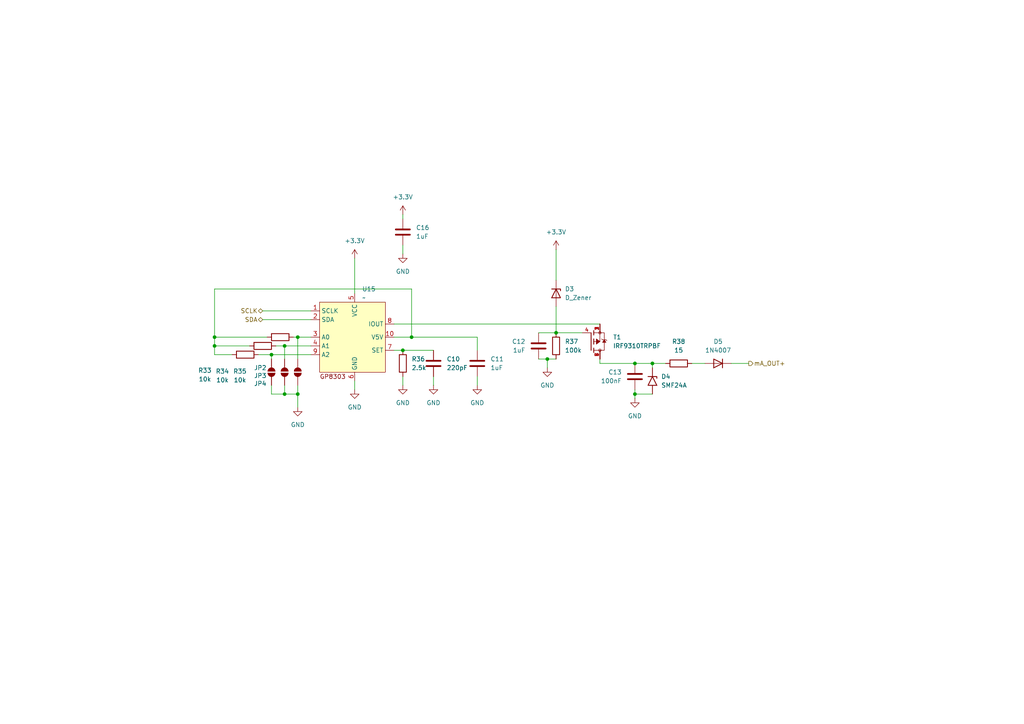
<source format=kicad_sch>
(kicad_sch
	(version 20250114)
	(generator "eeschema")
	(generator_version "9.0")
	(uuid "9c246f0d-1600-40e6-8549-1a736164ec82")
	(paper "A4")
	(lib_symbols
		(symbol "Device:C"
			(pin_numbers
				(hide yes)
			)
			(pin_names
				(offset 0.254)
			)
			(exclude_from_sim no)
			(in_bom yes)
			(on_board yes)
			(property "Reference" "C"
				(at 0.635 2.54 0)
				(effects
					(font
						(size 1.27 1.27)
					)
					(justify left)
				)
			)
			(property "Value" "C"
				(at 0.635 -2.54 0)
				(effects
					(font
						(size 1.27 1.27)
					)
					(justify left)
				)
			)
			(property "Footprint" ""
				(at 0.9652 -3.81 0)
				(effects
					(font
						(size 1.27 1.27)
					)
					(hide yes)
				)
			)
			(property "Datasheet" "~"
				(at 0 0 0)
				(effects
					(font
						(size 1.27 1.27)
					)
					(hide yes)
				)
			)
			(property "Description" "Unpolarized capacitor"
				(at 0 0 0)
				(effects
					(font
						(size 1.27 1.27)
					)
					(hide yes)
				)
			)
			(property "ki_keywords" "cap capacitor"
				(at 0 0 0)
				(effects
					(font
						(size 1.27 1.27)
					)
					(hide yes)
				)
			)
			(property "ki_fp_filters" "C_*"
				(at 0 0 0)
				(effects
					(font
						(size 1.27 1.27)
					)
					(hide yes)
				)
			)
			(symbol "C_0_1"
				(polyline
					(pts
						(xy -2.032 0.762) (xy 2.032 0.762)
					)
					(stroke
						(width 0.508)
						(type default)
					)
					(fill
						(type none)
					)
				)
				(polyline
					(pts
						(xy -2.032 -0.762) (xy 2.032 -0.762)
					)
					(stroke
						(width 0.508)
						(type default)
					)
					(fill
						(type none)
					)
				)
			)
			(symbol "C_1_1"
				(pin passive line
					(at 0 3.81 270)
					(length 2.794)
					(name "~"
						(effects
							(font
								(size 1.27 1.27)
							)
						)
					)
					(number "1"
						(effects
							(font
								(size 1.27 1.27)
							)
						)
					)
				)
				(pin passive line
					(at 0 -3.81 90)
					(length 2.794)
					(name "~"
						(effects
							(font
								(size 1.27 1.27)
							)
						)
					)
					(number "2"
						(effects
							(font
								(size 1.27 1.27)
							)
						)
					)
				)
			)
			(embedded_fonts no)
		)
		(symbol "Device:D_Zener"
			(pin_numbers
				(hide yes)
			)
			(pin_names
				(offset 1.016)
				(hide yes)
			)
			(exclude_from_sim no)
			(in_bom yes)
			(on_board yes)
			(property "Reference" "D"
				(at 0 2.54 0)
				(effects
					(font
						(size 1.27 1.27)
					)
				)
			)
			(property "Value" "D_Zener"
				(at 0 -2.54 0)
				(effects
					(font
						(size 1.27 1.27)
					)
				)
			)
			(property "Footprint" ""
				(at 0 0 0)
				(effects
					(font
						(size 1.27 1.27)
					)
					(hide yes)
				)
			)
			(property "Datasheet" "~"
				(at 0 0 0)
				(effects
					(font
						(size 1.27 1.27)
					)
					(hide yes)
				)
			)
			(property "Description" "Zener diode"
				(at 0 0 0)
				(effects
					(font
						(size 1.27 1.27)
					)
					(hide yes)
				)
			)
			(property "ki_keywords" "diode"
				(at 0 0 0)
				(effects
					(font
						(size 1.27 1.27)
					)
					(hide yes)
				)
			)
			(property "ki_fp_filters" "TO-???* *_Diode_* *SingleDiode* D_*"
				(at 0 0 0)
				(effects
					(font
						(size 1.27 1.27)
					)
					(hide yes)
				)
			)
			(symbol "D_Zener_0_1"
				(polyline
					(pts
						(xy -1.27 -1.27) (xy -1.27 1.27) (xy -0.762 1.27)
					)
					(stroke
						(width 0.254)
						(type default)
					)
					(fill
						(type none)
					)
				)
				(polyline
					(pts
						(xy 1.27 0) (xy -1.27 0)
					)
					(stroke
						(width 0)
						(type default)
					)
					(fill
						(type none)
					)
				)
				(polyline
					(pts
						(xy 1.27 -1.27) (xy 1.27 1.27) (xy -1.27 0) (xy 1.27 -1.27)
					)
					(stroke
						(width 0.254)
						(type default)
					)
					(fill
						(type none)
					)
				)
			)
			(symbol "D_Zener_1_1"
				(pin passive line
					(at -3.81 0 0)
					(length 2.54)
					(name "K"
						(effects
							(font
								(size 1.27 1.27)
							)
						)
					)
					(number "1"
						(effects
							(font
								(size 1.27 1.27)
							)
						)
					)
				)
				(pin passive line
					(at 3.81 0 180)
					(length 2.54)
					(name "A"
						(effects
							(font
								(size 1.27 1.27)
							)
						)
					)
					(number "2"
						(effects
							(font
								(size 1.27 1.27)
							)
						)
					)
				)
			)
			(embedded_fonts no)
		)
		(symbol "Device:R"
			(pin_numbers
				(hide yes)
			)
			(pin_names
				(offset 0)
			)
			(exclude_from_sim no)
			(in_bom yes)
			(on_board yes)
			(property "Reference" "R"
				(at 2.032 0 90)
				(effects
					(font
						(size 1.27 1.27)
					)
				)
			)
			(property "Value" "R"
				(at 0 0 90)
				(effects
					(font
						(size 1.27 1.27)
					)
				)
			)
			(property "Footprint" ""
				(at -1.778 0 90)
				(effects
					(font
						(size 1.27 1.27)
					)
					(hide yes)
				)
			)
			(property "Datasheet" "~"
				(at 0 0 0)
				(effects
					(font
						(size 1.27 1.27)
					)
					(hide yes)
				)
			)
			(property "Description" "Resistor"
				(at 0 0 0)
				(effects
					(font
						(size 1.27 1.27)
					)
					(hide yes)
				)
			)
			(property "ki_keywords" "R res resistor"
				(at 0 0 0)
				(effects
					(font
						(size 1.27 1.27)
					)
					(hide yes)
				)
			)
			(property "ki_fp_filters" "R_*"
				(at 0 0 0)
				(effects
					(font
						(size 1.27 1.27)
					)
					(hide yes)
				)
			)
			(symbol "R_0_1"
				(rectangle
					(start -1.016 -2.54)
					(end 1.016 2.54)
					(stroke
						(width 0.254)
						(type default)
					)
					(fill
						(type none)
					)
				)
			)
			(symbol "R_1_1"
				(pin passive line
					(at 0 3.81 270)
					(length 1.27)
					(name "~"
						(effects
							(font
								(size 1.27 1.27)
							)
						)
					)
					(number "1"
						(effects
							(font
								(size 1.27 1.27)
							)
						)
					)
				)
				(pin passive line
					(at 0 -3.81 90)
					(length 1.27)
					(name "~"
						(effects
							(font
								(size 1.27 1.27)
							)
						)
					)
					(number "2"
						(effects
							(font
								(size 1.27 1.27)
							)
						)
					)
				)
			)
			(embedded_fonts no)
		)
		(symbol "Diode:1N4007"
			(pin_numbers
				(hide yes)
			)
			(pin_names
				(hide yes)
			)
			(exclude_from_sim no)
			(in_bom yes)
			(on_board yes)
			(property "Reference" "D"
				(at 0 2.54 0)
				(effects
					(font
						(size 1.27 1.27)
					)
				)
			)
			(property "Value" "1N4007"
				(at 0 -2.54 0)
				(effects
					(font
						(size 1.27 1.27)
					)
				)
			)
			(property "Footprint" "Diode_THT:D_DO-41_SOD81_P10.16mm_Horizontal"
				(at 0 -4.445 0)
				(effects
					(font
						(size 1.27 1.27)
					)
					(hide yes)
				)
			)
			(property "Datasheet" "http://www.vishay.com/docs/88503/1n4001.pdf"
				(at 0 0 0)
				(effects
					(font
						(size 1.27 1.27)
					)
					(hide yes)
				)
			)
			(property "Description" "1000V 1A General Purpose Rectifier Diode, DO-41"
				(at 0 0 0)
				(effects
					(font
						(size 1.27 1.27)
					)
					(hide yes)
				)
			)
			(property "Sim.Device" "D"
				(at 0 0 0)
				(effects
					(font
						(size 1.27 1.27)
					)
					(hide yes)
				)
			)
			(property "Sim.Pins" "1=K 2=A"
				(at 0 0 0)
				(effects
					(font
						(size 1.27 1.27)
					)
					(hide yes)
				)
			)
			(property "ki_keywords" "diode"
				(at 0 0 0)
				(effects
					(font
						(size 1.27 1.27)
					)
					(hide yes)
				)
			)
			(property "ki_fp_filters" "D*DO?41*"
				(at 0 0 0)
				(effects
					(font
						(size 1.27 1.27)
					)
					(hide yes)
				)
			)
			(symbol "1N4007_0_1"
				(polyline
					(pts
						(xy -1.27 1.27) (xy -1.27 -1.27)
					)
					(stroke
						(width 0.254)
						(type default)
					)
					(fill
						(type none)
					)
				)
				(polyline
					(pts
						(xy 1.27 1.27) (xy 1.27 -1.27) (xy -1.27 0) (xy 1.27 1.27)
					)
					(stroke
						(width 0.254)
						(type default)
					)
					(fill
						(type none)
					)
				)
				(polyline
					(pts
						(xy 1.27 0) (xy -1.27 0)
					)
					(stroke
						(width 0)
						(type default)
					)
					(fill
						(type none)
					)
				)
			)
			(symbol "1N4007_1_1"
				(pin passive line
					(at -3.81 0 0)
					(length 2.54)
					(name "K"
						(effects
							(font
								(size 1.27 1.27)
							)
						)
					)
					(number "1"
						(effects
							(font
								(size 1.27 1.27)
							)
						)
					)
				)
				(pin passive line
					(at 3.81 0 180)
					(length 2.54)
					(name "A"
						(effects
							(font
								(size 1.27 1.27)
							)
						)
					)
					(number "2"
						(effects
							(font
								(size 1.27 1.27)
							)
						)
					)
				)
			)
			(embedded_fonts no)
		)
		(symbol "Diode:SMF24A"
			(pin_numbers
				(hide yes)
			)
			(pin_names
				(offset 1.016)
				(hide yes)
			)
			(exclude_from_sim no)
			(in_bom yes)
			(on_board yes)
			(property "Reference" "D"
				(at 0 2.54 0)
				(effects
					(font
						(size 1.27 1.27)
					)
				)
			)
			(property "Value" "SMF24A"
				(at 0 -2.54 0)
				(effects
					(font
						(size 1.27 1.27)
					)
				)
			)
			(property "Footprint" "Diode_SMD:D_SMF"
				(at 0 -5.08 0)
				(effects
					(font
						(size 1.27 1.27)
					)
					(hide yes)
				)
			)
			(property "Datasheet" "https://www.vishay.com/doc?85881"
				(at -1.27 0 0)
				(effects
					(font
						(size 1.27 1.27)
					)
					(hide yes)
				)
			)
			(property "Description" "200W unidirectional Transil Transient Voltage Suppressor, 24Vrwm, SMF"
				(at 0 0 0)
				(effects
					(font
						(size 1.27 1.27)
					)
					(hide yes)
				)
			)
			(property "ki_keywords" "diode TVS voltage suppressor"
				(at 0 0 0)
				(effects
					(font
						(size 1.27 1.27)
					)
					(hide yes)
				)
			)
			(property "ki_fp_filters" "D*SMF*"
				(at 0 0 0)
				(effects
					(font
						(size 1.27 1.27)
					)
					(hide yes)
				)
			)
			(symbol "SMF24A_0_1"
				(polyline
					(pts
						(xy -0.762 1.27) (xy -1.27 1.27) (xy -1.27 -1.27)
					)
					(stroke
						(width 0.254)
						(type default)
					)
					(fill
						(type none)
					)
				)
				(polyline
					(pts
						(xy 1.27 1.27) (xy 1.27 -1.27) (xy -1.27 0) (xy 1.27 1.27)
					)
					(stroke
						(width 0.254)
						(type default)
					)
					(fill
						(type none)
					)
				)
			)
			(symbol "SMF24A_1_1"
				(pin passive line
					(at -3.81 0 0)
					(length 2.54)
					(name "A1"
						(effects
							(font
								(size 1.27 1.27)
							)
						)
					)
					(number "1"
						(effects
							(font
								(size 1.27 1.27)
							)
						)
					)
				)
				(pin passive line
					(at 3.81 0 180)
					(length 2.54)
					(name "A2"
						(effects
							(font
								(size 1.27 1.27)
							)
						)
					)
					(number "2"
						(effects
							(font
								(size 1.27 1.27)
							)
						)
					)
				)
			)
			(embedded_fonts no)
		)
		(symbol "Jumper:SolderJumper_2_Open"
			(pin_numbers
				(hide yes)
			)
			(pin_names
				(offset 0)
				(hide yes)
			)
			(exclude_from_sim no)
			(in_bom no)
			(on_board yes)
			(property "Reference" "JP"
				(at 0 2.032 0)
				(effects
					(font
						(size 1.27 1.27)
					)
				)
			)
			(property "Value" "SolderJumper_2_Open"
				(at 0 -2.54 0)
				(effects
					(font
						(size 1.27 1.27)
					)
				)
			)
			(property "Footprint" ""
				(at 0 0 0)
				(effects
					(font
						(size 1.27 1.27)
					)
					(hide yes)
				)
			)
			(property "Datasheet" "~"
				(at 0 0 0)
				(effects
					(font
						(size 1.27 1.27)
					)
					(hide yes)
				)
			)
			(property "Description" "Solder Jumper, 2-pole, open"
				(at 0 0 0)
				(effects
					(font
						(size 1.27 1.27)
					)
					(hide yes)
				)
			)
			(property "ki_keywords" "solder jumper SPST"
				(at 0 0 0)
				(effects
					(font
						(size 1.27 1.27)
					)
					(hide yes)
				)
			)
			(property "ki_fp_filters" "SolderJumper*Open*"
				(at 0 0 0)
				(effects
					(font
						(size 1.27 1.27)
					)
					(hide yes)
				)
			)
			(symbol "SolderJumper_2_Open_0_1"
				(polyline
					(pts
						(xy -0.254 1.016) (xy -0.254 -1.016)
					)
					(stroke
						(width 0)
						(type default)
					)
					(fill
						(type none)
					)
				)
				(arc
					(start -0.254 -1.016)
					(mid -1.2656 0)
					(end -0.254 1.016)
					(stroke
						(width 0)
						(type default)
					)
					(fill
						(type none)
					)
				)
				(arc
					(start -0.254 -1.016)
					(mid -1.2656 0)
					(end -0.254 1.016)
					(stroke
						(width 0)
						(type default)
					)
					(fill
						(type outline)
					)
				)
				(arc
					(start 0.254 1.016)
					(mid 1.2656 0)
					(end 0.254 -1.016)
					(stroke
						(width 0)
						(type default)
					)
					(fill
						(type none)
					)
				)
				(arc
					(start 0.254 1.016)
					(mid 1.2656 0)
					(end 0.254 -1.016)
					(stroke
						(width 0)
						(type default)
					)
					(fill
						(type outline)
					)
				)
				(polyline
					(pts
						(xy 0.254 1.016) (xy 0.254 -1.016)
					)
					(stroke
						(width 0)
						(type default)
					)
					(fill
						(type none)
					)
				)
			)
			(symbol "SolderJumper_2_Open_1_1"
				(pin passive line
					(at -3.81 0 0)
					(length 2.54)
					(name "A"
						(effects
							(font
								(size 1.27 1.27)
							)
						)
					)
					(number "1"
						(effects
							(font
								(size 1.27 1.27)
							)
						)
					)
				)
				(pin passive line
					(at 3.81 0 180)
					(length 2.54)
					(name "B"
						(effects
							(font
								(size 1.27 1.27)
							)
						)
					)
					(number "2"
						(effects
							(font
								(size 1.27 1.27)
							)
						)
					)
				)
			)
			(embedded_fonts no)
		)
		(symbol "Riqi_Parts:GP8303"
			(exclude_from_sim no)
			(in_bom yes)
			(on_board yes)
			(property "Reference" "U"
				(at 0 0 0)
				(effects
					(font
						(size 1.27 1.27)
					)
				)
			)
			(property "Value" ""
				(at 0 0 0)
				(effects
					(font
						(size 1.27 1.27)
					)
				)
			)
			(property "Footprint" "Package_SO:SSOP-10-1EP_3.9x4.9mm_P1mm_EP2.1x3.3mm"
				(at 0 0 0)
				(effects
					(font
						(size 1.27 1.27)
					)
					(hide yes)
				)
			)
			(property "Datasheet" "https://lcsc.com/datasheet/lcsc_datasheet_2410121459_Guestgood-GP8303-TC50-EW_C3445809.pdf"
				(at 0 0 0)
				(effects
					(font
						(size 1.27 1.27)
					)
					(hide yes)
				)
			)
			(property "Description" ""
				(at 0 0 0)
				(effects
					(font
						(size 1.27 1.27)
					)
					(hide yes)
				)
			)
			(symbol "GP8303_1_1"
				(rectangle
					(start -1.27 -1.27)
					(end 17.78 -21.59)
					(stroke
						(width 0)
						(type solid)
					)
					(fill
						(type background)
					)
				)
				(text "GP8303"
					(at 2.54 -22.86 0)
					(effects
						(font
							(size 1.27 1.27)
						)
					)
				)
				(pin input line
					(at -3.81 -3.81 0)
					(length 2.54)
					(name "SCLK"
						(effects
							(font
								(size 1.27 1.27)
							)
						)
					)
					(number "1"
						(effects
							(font
								(size 1.27 1.27)
							)
						)
					)
				)
				(pin input line
					(at -3.81 -6.35 0)
					(length 2.54)
					(name "SDA"
						(effects
							(font
								(size 1.27 1.27)
							)
						)
					)
					(number "2"
						(effects
							(font
								(size 1.27 1.27)
							)
						)
					)
				)
				(pin input line
					(at -3.81 -11.43 0)
					(length 2.54)
					(name "A0"
						(effects
							(font
								(size 1.27 1.27)
							)
						)
					)
					(number "3"
						(effects
							(font
								(size 1.27 1.27)
							)
						)
					)
				)
				(pin input line
					(at -3.81 -13.97 0)
					(length 2.54)
					(name "A1"
						(effects
							(font
								(size 1.27 1.27)
							)
						)
					)
					(number "4"
						(effects
							(font
								(size 1.27 1.27)
							)
						)
					)
				)
				(pin input line
					(at -3.81 -16.51 0)
					(length 2.54)
					(name "A2"
						(effects
							(font
								(size 1.27 1.27)
							)
						)
					)
					(number "9"
						(effects
							(font
								(size 1.27 1.27)
							)
						)
					)
				)
				(pin input line
					(at 8.89 1.27 270)
					(length 2.54)
					(name "VCC"
						(effects
							(font
								(size 1.27 1.27)
							)
						)
					)
					(number "5"
						(effects
							(font
								(size 1.27 1.27)
							)
						)
					)
				)
				(pin input line
					(at 8.89 -24.13 90)
					(length 2.54)
					(name "GND"
						(effects
							(font
								(size 1.27 1.27)
							)
						)
					)
					(number "6"
						(effects
							(font
								(size 1.27 1.27)
							)
						)
					)
				)
				(pin output line
					(at 20.32 -7.62 180)
					(length 2.54)
					(name "IOUT"
						(effects
							(font
								(size 1.27 1.27)
							)
						)
					)
					(number "8"
						(effects
							(font
								(size 1.27 1.27)
							)
						)
					)
				)
				(pin output line
					(at 20.32 -11.43 180)
					(length 2.54)
					(name "V5V"
						(effects
							(font
								(size 1.27 1.27)
							)
						)
					)
					(number "10"
						(effects
							(font
								(size 1.27 1.27)
							)
						)
					)
				)
				(pin output line
					(at 20.32 -15.24 180)
					(length 2.54)
					(name "SET"
						(effects
							(font
								(size 1.27 1.27)
							)
						)
					)
					(number "7"
						(effects
							(font
								(size 1.27 1.27)
							)
						)
					)
				)
			)
			(embedded_fonts no)
		)
		(symbol "Riqi_Parts:IRF9310TRPBF"
			(pin_names
				(offset 1.016)
			)
			(exclude_from_sim no)
			(in_bom yes)
			(on_board yes)
			(property "Reference" "T"
				(at -6.35 -1.27 0)
				(effects
					(font
						(size 1.27 1.27)
					)
					(justify left bottom)
				)
			)
			(property "Value" "IRF9310TRPBF"
				(at -6.35 -3.81 0)
				(effects
					(font
						(size 1.27 1.27)
					)
					(justify left bottom)
				)
			)
			(property "Footprint" "IRF9310TRPBF:SO-8"
				(at 0 0 0)
				(effects
					(font
						(size 1.27 1.27)
					)
					(justify bottom)
					(hide yes)
				)
			)
			(property "Datasheet" ""
				(at 0 0 0)
				(effects
					(font
						(size 1.27 1.27)
					)
					(hide yes)
				)
			)
			(property "Description" ""
				(at 0 0 0)
				(effects
					(font
						(size 1.27 1.27)
					)
					(hide yes)
				)
			)
			(property "STATUS" "OK - Barboule"
				(at 0 0 0)
				(effects
					(font
						(size 1.27 1.27)
					)
					(justify bottom)
					(hide yes)
				)
			)
			(property "MF" "Infineon Technologies"
				(at 0 0 0)
				(effects
					(font
						(size 1.27 1.27)
					)
					(justify bottom)
					(hide yes)
				)
			)
			(property "Description_1" "IRF9310TRPBF P-channel MOSFET Transistor, 20 A, 30 V, 8-Pin SOIC | Infineon IRF9310TRPBF"
				(at 0 0 0)
				(effects
					(font
						(size 1.27 1.27)
					)
					(justify bottom)
					(hide yes)
				)
			)
			(property "Package" "SO-8 Infineon Technologies"
				(at 0 0 0)
				(effects
					(font
						(size 1.27 1.27)
					)
					(justify bottom)
					(hide yes)
				)
			)
			(property "Price" "None"
				(at 0 0 0)
				(effects
					(font
						(size 1.27 1.27)
					)
					(justify bottom)
					(hide yes)
				)
			)
			(property "Check_prices" "https://www.snapeda.com/parts/IRF9310TRPBF/Infineon/view-part/?ref=eda"
				(at 0 0 0)
				(effects
					(font
						(size 1.27 1.27)
					)
					(justify bottom)
					(hide yes)
				)
			)
			(property "SnapEDA_Link" "https://www.snapeda.com/parts/IRF9310TRPBF/Infineon/view-part/?ref=snap"
				(at 0 0 0)
				(effects
					(font
						(size 1.27 1.27)
					)
					(justify bottom)
					(hide yes)
				)
			)
			(property "MP" "IRF9310TRPBF"
				(at 0 0 0)
				(effects
					(font
						(size 1.27 1.27)
					)
					(justify bottom)
					(hide yes)
				)
			)
			(property "ERECA" "non géré"
				(at 0 0 0)
				(effects
					(font
						(size 1.27 1.27)
					)
					(justify bottom)
					(hide yes)
				)
			)
			(property "Availability" "In Stock"
				(at 0 0 0)
				(effects
					(font
						(size 1.27 1.27)
					)
					(justify bottom)
					(hide yes)
				)
			)
			(property "FABRICANT" "Infineon Technologies"
				(at 0 0 0)
				(effects
					(font
						(size 1.27 1.27)
					)
					(justify bottom)
					(hide yes)
				)
			)
			(symbol "IRF9310TRPBF_0_0"
				(polyline
					(pts
						(xy 0 -2.54) (xy 0 2.54)
					)
					(stroke
						(width 0.254)
						(type default)
					)
					(fill
						(type none)
					)
				)
				(polyline
					(pts
						(xy 0.762 2.54) (xy 0.762 3.175)
					)
					(stroke
						(width 0.254)
						(type default)
					)
					(fill
						(type none)
					)
				)
				(polyline
					(pts
						(xy 0.762 1.905) (xy 0.762 2.54)
					)
					(stroke
						(width 0.254)
						(type default)
					)
					(fill
						(type none)
					)
				)
				(polyline
					(pts
						(xy 0.762 0) (xy 0.762 0.762)
					)
					(stroke
						(width 0.254)
						(type default)
					)
					(fill
						(type none)
					)
				)
				(polyline
					(pts
						(xy 0.762 0) (xy 2.54 0)
					)
					(stroke
						(width 0.1524)
						(type default)
					)
					(fill
						(type none)
					)
				)
				(polyline
					(pts
						(xy 0.762 -0.762) (xy 0.762 0)
					)
					(stroke
						(width 0.254)
						(type default)
					)
					(fill
						(type none)
					)
				)
				(polyline
					(pts
						(xy 0.762 -2.54) (xy 0.762 -1.905)
					)
					(stroke
						(width 0.254)
						(type default)
					)
					(fill
						(type none)
					)
				)
				(polyline
					(pts
						(xy 0.762 -2.54) (xy 3.81 -2.54)
					)
					(stroke
						(width 0.1524)
						(type default)
					)
					(fill
						(type none)
					)
				)
				(polyline
					(pts
						(xy 0.762 -3.175) (xy 0.762 -2.54)
					)
					(stroke
						(width 0.254)
						(type default)
					)
					(fill
						(type none)
					)
				)
				(polyline
					(pts
						(xy 2.54 2.54) (xy 0.762 2.54)
					)
					(stroke
						(width 0.1524)
						(type default)
					)
					(fill
						(type none)
					)
				)
				(polyline
					(pts
						(xy 2.54 2.54) (xy 3.81 2.54)
					)
					(stroke
						(width 0.1524)
						(type default)
					)
					(fill
						(type none)
					)
				)
				(circle
					(center 2.54 2.54)
					(radius 0.3592)
					(stroke
						(width 0)
						(type default)
					)
					(fill
						(type none)
					)
				)
				(polyline
					(pts
						(xy 2.54 0) (xy 2.54 2.54)
					)
					(stroke
						(width 0.1524)
						(type default)
					)
					(fill
						(type none)
					)
				)
				(polyline
					(pts
						(xy 2.54 0) (xy 1.524 0.762) (xy 1.524 -0.762) (xy 2.54 0)
					)
					(stroke
						(width 0.1524)
						(type default)
					)
					(fill
						(type outline)
					)
				)
				(circle
					(center 2.54 -2.54)
					(radius 0.3592)
					(stroke
						(width 0)
						(type default)
					)
					(fill
						(type none)
					)
				)
				(polyline
					(pts
						(xy 3.048 0.762) (xy 3.302 0.508)
					)
					(stroke
						(width 0.1524)
						(type default)
					)
					(fill
						(type none)
					)
				)
				(polyline
					(pts
						(xy 3.302 0.508) (xy 3.81 0.508)
					)
					(stroke
						(width 0.1524)
						(type default)
					)
					(fill
						(type none)
					)
				)
				(polyline
					(pts
						(xy 3.81 0.508) (xy 3.81 2.54)
					)
					(stroke
						(width 0.1524)
						(type default)
					)
					(fill
						(type none)
					)
				)
				(polyline
					(pts
						(xy 3.81 0.508) (xy 4.318 0.508)
					)
					(stroke
						(width 0.1524)
						(type default)
					)
					(fill
						(type none)
					)
				)
				(polyline
					(pts
						(xy 3.81 0.508) (xy 4.318 -0.254) (xy 3.302 -0.254) (xy 3.81 0.508)
					)
					(stroke
						(width 0.1524)
						(type default)
					)
					(fill
						(type outline)
					)
				)
				(polyline
					(pts
						(xy 3.81 -2.54) (xy 3.81 0.508)
					)
					(stroke
						(width 0.1524)
						(type default)
					)
					(fill
						(type none)
					)
				)
				(polyline
					(pts
						(xy 4.318 0.508) (xy 4.572 0.254)
					)
					(stroke
						(width 0.1524)
						(type default)
					)
					(fill
						(type none)
					)
				)
				(pin passive line
					(at -2.54 2.54 0)
					(length 2.54)
					(name "~"
						(effects
							(font
								(size 1.016 1.016)
							)
						)
					)
					(number "4"
						(effects
							(font
								(size 1.016 1.016)
							)
						)
					)
				)
				(pin passive line
					(at 2.54 5.08 270)
					(length 2.54)
					(name "~"
						(effects
							(font
								(size 1.016 1.016)
							)
						)
					)
					(number "1"
						(effects
							(font
								(size 1.016 1.016)
							)
						)
					)
				)
				(pin passive line
					(at 2.54 5.08 270)
					(length 2.54)
					(name "~"
						(effects
							(font
								(size 1.016 1.016)
							)
						)
					)
					(number "2"
						(effects
							(font
								(size 1.016 1.016)
							)
						)
					)
				)
				(pin passive line
					(at 2.54 5.08 270)
					(length 2.54)
					(name "~"
						(effects
							(font
								(size 1.016 1.016)
							)
						)
					)
					(number "3"
						(effects
							(font
								(size 1.016 1.016)
							)
						)
					)
				)
				(pin passive line
					(at 2.54 -5.08 90)
					(length 2.54)
					(name "~"
						(effects
							(font
								(size 1.016 1.016)
							)
						)
					)
					(number "5"
						(effects
							(font
								(size 1.016 1.016)
							)
						)
					)
				)
				(pin passive line
					(at 2.54 -5.08 90)
					(length 2.54)
					(name "~"
						(effects
							(font
								(size 1.016 1.016)
							)
						)
					)
					(number "6"
						(effects
							(font
								(size 1.016 1.016)
							)
						)
					)
				)
				(pin passive line
					(at 2.54 -5.08 90)
					(length 2.54)
					(name "~"
						(effects
							(font
								(size 1.016 1.016)
							)
						)
					)
					(number "7"
						(effects
							(font
								(size 1.016 1.016)
							)
						)
					)
				)
				(pin passive line
					(at 2.54 -5.08 90)
					(length 2.54)
					(name "~"
						(effects
							(font
								(size 1.016 1.016)
							)
						)
					)
					(number "8"
						(effects
							(font
								(size 1.016 1.016)
							)
						)
					)
				)
			)
			(embedded_fonts no)
		)
		(symbol "power:+3.3V"
			(power)
			(pin_numbers
				(hide yes)
			)
			(pin_names
				(offset 0)
				(hide yes)
			)
			(exclude_from_sim no)
			(in_bom yes)
			(on_board yes)
			(property "Reference" "#PWR"
				(at 0 -3.81 0)
				(effects
					(font
						(size 1.27 1.27)
					)
					(hide yes)
				)
			)
			(property "Value" "+3.3V"
				(at 0 3.556 0)
				(effects
					(font
						(size 1.27 1.27)
					)
				)
			)
			(property "Footprint" ""
				(at 0 0 0)
				(effects
					(font
						(size 1.27 1.27)
					)
					(hide yes)
				)
			)
			(property "Datasheet" ""
				(at 0 0 0)
				(effects
					(font
						(size 1.27 1.27)
					)
					(hide yes)
				)
			)
			(property "Description" "Power symbol creates a global label with name \"+3.3V\""
				(at 0 0 0)
				(effects
					(font
						(size 1.27 1.27)
					)
					(hide yes)
				)
			)
			(property "ki_keywords" "global power"
				(at 0 0 0)
				(effects
					(font
						(size 1.27 1.27)
					)
					(hide yes)
				)
			)
			(symbol "+3.3V_0_1"
				(polyline
					(pts
						(xy -0.762 1.27) (xy 0 2.54)
					)
					(stroke
						(width 0)
						(type default)
					)
					(fill
						(type none)
					)
				)
				(polyline
					(pts
						(xy 0 2.54) (xy 0.762 1.27)
					)
					(stroke
						(width 0)
						(type default)
					)
					(fill
						(type none)
					)
				)
				(polyline
					(pts
						(xy 0 0) (xy 0 2.54)
					)
					(stroke
						(width 0)
						(type default)
					)
					(fill
						(type none)
					)
				)
			)
			(symbol "+3.3V_1_1"
				(pin power_in line
					(at 0 0 90)
					(length 0)
					(name "~"
						(effects
							(font
								(size 1.27 1.27)
							)
						)
					)
					(number "1"
						(effects
							(font
								(size 1.27 1.27)
							)
						)
					)
				)
			)
			(embedded_fonts no)
		)
		(symbol "power:GND"
			(power)
			(pin_numbers
				(hide yes)
			)
			(pin_names
				(offset 0)
				(hide yes)
			)
			(exclude_from_sim no)
			(in_bom yes)
			(on_board yes)
			(property "Reference" "#PWR"
				(at 0 -6.35 0)
				(effects
					(font
						(size 1.27 1.27)
					)
					(hide yes)
				)
			)
			(property "Value" "GND"
				(at 0 -3.81 0)
				(effects
					(font
						(size 1.27 1.27)
					)
				)
			)
			(property "Footprint" ""
				(at 0 0 0)
				(effects
					(font
						(size 1.27 1.27)
					)
					(hide yes)
				)
			)
			(property "Datasheet" ""
				(at 0 0 0)
				(effects
					(font
						(size 1.27 1.27)
					)
					(hide yes)
				)
			)
			(property "Description" "Power symbol creates a global label with name \"GND\" , ground"
				(at 0 0 0)
				(effects
					(font
						(size 1.27 1.27)
					)
					(hide yes)
				)
			)
			(property "ki_keywords" "global power"
				(at 0 0 0)
				(effects
					(font
						(size 1.27 1.27)
					)
					(hide yes)
				)
			)
			(symbol "GND_0_1"
				(polyline
					(pts
						(xy 0 0) (xy 0 -1.27) (xy 1.27 -1.27) (xy 0 -2.54) (xy -1.27 -1.27) (xy 0 -1.27)
					)
					(stroke
						(width 0)
						(type default)
					)
					(fill
						(type none)
					)
				)
			)
			(symbol "GND_1_1"
				(pin power_in line
					(at 0 0 270)
					(length 0)
					(name "~"
						(effects
							(font
								(size 1.27 1.27)
							)
						)
					)
					(number "1"
						(effects
							(font
								(size 1.27 1.27)
							)
						)
					)
				)
			)
			(embedded_fonts no)
		)
	)
	(junction
		(at 62.23 97.79)
		(diameter 0)
		(color 0 0 0 0)
		(uuid "0d166748-c1c5-432e-b4f6-c19bf95bb42b")
	)
	(junction
		(at 82.55 100.33)
		(diameter 0)
		(color 0 0 0 0)
		(uuid "0e2386b7-5dd7-439d-bc73-60ebcdfd0c2a")
	)
	(junction
		(at 119.38 97.79)
		(diameter 0)
		(color 0 0 0 0)
		(uuid "52693937-0e96-40c3-a014-1504d4d7ef9e")
	)
	(junction
		(at 158.75 104.14)
		(diameter 0)
		(color 0 0 0 0)
		(uuid "70c7e7cc-da8c-47f5-8cf2-c60951bf28d3")
	)
	(junction
		(at 161.29 96.52)
		(diameter 0)
		(color 0 0 0 0)
		(uuid "72d96a0c-3058-43c8-bb1b-01df07433ebb")
	)
	(junction
		(at 82.55 114.3)
		(diameter 0)
		(color 0 0 0 0)
		(uuid "7be3aea6-9792-4829-84bb-decda6a8c1d2")
	)
	(junction
		(at 62.23 100.33)
		(diameter 0)
		(color 0 0 0 0)
		(uuid "847ec45d-4afe-46c0-9f84-0233209aa586")
	)
	(junction
		(at 116.84 101.6)
		(diameter 0)
		(color 0 0 0 0)
		(uuid "86a8e35b-20d3-40ef-9fc8-2b78eaad6465")
	)
	(junction
		(at 184.15 114.3)
		(diameter 0)
		(color 0 0 0 0)
		(uuid "8c84f09b-c08c-4644-816a-74aafe9c275f")
	)
	(junction
		(at 189.23 105.41)
		(diameter 0)
		(color 0 0 0 0)
		(uuid "8fed8af9-6fde-45b6-8709-c9f06a290373")
	)
	(junction
		(at 184.15 105.41)
		(diameter 0)
		(color 0 0 0 0)
		(uuid "a1d41ed4-4133-4772-8c10-1287a9377217")
	)
	(junction
		(at 78.74 102.87)
		(diameter 0)
		(color 0 0 0 0)
		(uuid "a461410a-7046-45c6-ab9a-33837700cafd")
	)
	(junction
		(at 86.36 97.79)
		(diameter 0)
		(color 0 0 0 0)
		(uuid "abae5534-1b98-40c5-878c-a27cd56b01b3")
	)
	(junction
		(at 86.36 114.3)
		(diameter 0)
		(color 0 0 0 0)
		(uuid "fb84ebcb-6b24-4851-81d3-b4cac58491f4")
	)
	(wire
		(pts
			(xy 116.84 71.12) (xy 116.84 73.66)
		)
		(stroke
			(width 0)
			(type default)
		)
		(uuid "007d1409-846b-4a59-90b8-7cbea2fe106d")
	)
	(wire
		(pts
			(xy 116.84 109.22) (xy 116.84 111.76)
		)
		(stroke
			(width 0)
			(type default)
		)
		(uuid "01ff7421-4ea2-4c5b-b5b1-d215aaf7e009")
	)
	(wire
		(pts
			(xy 161.29 96.52) (xy 168.91 96.52)
		)
		(stroke
			(width 0)
			(type default)
		)
		(uuid "042cfce3-1db6-4241-ac21-414439b3a8cc")
	)
	(wire
		(pts
			(xy 189.23 105.41) (xy 193.04 105.41)
		)
		(stroke
			(width 0)
			(type default)
		)
		(uuid "04561235-f064-4bcc-8489-bf08782220aa")
	)
	(wire
		(pts
			(xy 76.2 90.17) (xy 90.17 90.17)
		)
		(stroke
			(width 0)
			(type default)
		)
		(uuid "06e43608-538d-4de2-8e10-b1a90a309dc4")
	)
	(wire
		(pts
			(xy 114.3 93.98) (xy 173.99 93.98)
		)
		(stroke
			(width 0)
			(type default)
		)
		(uuid "103ad6c8-e5c7-4620-ac5c-80855532243f")
	)
	(wire
		(pts
			(xy 158.75 104.14) (xy 158.75 106.68)
		)
		(stroke
			(width 0)
			(type default)
		)
		(uuid "1392e576-ac55-4a1d-bf14-36967261863c")
	)
	(wire
		(pts
			(xy 62.23 97.79) (xy 62.23 100.33)
		)
		(stroke
			(width 0)
			(type default)
		)
		(uuid "156d6f41-d25e-4bf1-ac18-48ff1ec9a3dd")
	)
	(wire
		(pts
			(xy 62.23 83.82) (xy 119.38 83.82)
		)
		(stroke
			(width 0)
			(type default)
		)
		(uuid "1978dbbb-7878-4a75-996a-b9ca935e2183")
	)
	(wire
		(pts
			(xy 102.87 74.93) (xy 102.87 85.09)
		)
		(stroke
			(width 0)
			(type default)
		)
		(uuid "1b584063-572e-4b7a-84ce-b2f0d540c9aa")
	)
	(wire
		(pts
			(xy 78.74 102.87) (xy 90.17 102.87)
		)
		(stroke
			(width 0)
			(type default)
		)
		(uuid "1d95a6d4-2421-4b21-9504-e09011253e15")
	)
	(wire
		(pts
			(xy 82.55 100.33) (xy 82.55 104.14)
		)
		(stroke
			(width 0)
			(type default)
		)
		(uuid "22a7fa03-bbe4-48c7-98ad-db2690fd9b85")
	)
	(wire
		(pts
			(xy 114.3 101.6) (xy 116.84 101.6)
		)
		(stroke
			(width 0)
			(type default)
		)
		(uuid "2c35eaa5-828a-40d9-8c91-c63130ce777f")
	)
	(wire
		(pts
			(xy 78.74 114.3) (xy 82.55 114.3)
		)
		(stroke
			(width 0)
			(type default)
		)
		(uuid "2fbf2432-5ca0-47fb-82aa-58ccee0eb036")
	)
	(wire
		(pts
			(xy 189.23 105.41) (xy 189.23 106.68)
		)
		(stroke
			(width 0)
			(type default)
		)
		(uuid "36c45885-fca1-45de-ab9d-fc0b656cd924")
	)
	(wire
		(pts
			(xy 119.38 97.79) (xy 119.38 83.82)
		)
		(stroke
			(width 0)
			(type default)
		)
		(uuid "37dfc5bd-658d-47e2-8462-35e042ea8db2")
	)
	(wire
		(pts
			(xy 138.43 109.22) (xy 138.43 111.76)
		)
		(stroke
			(width 0)
			(type default)
		)
		(uuid "3c2639bb-1402-43c9-8608-9db3b0456dd2")
	)
	(wire
		(pts
			(xy 62.23 97.79) (xy 77.47 97.79)
		)
		(stroke
			(width 0)
			(type default)
		)
		(uuid "48d44cf5-7e6c-491d-a37d-f3cb7b81701d")
	)
	(wire
		(pts
			(xy 62.23 102.87) (xy 67.31 102.87)
		)
		(stroke
			(width 0)
			(type default)
		)
		(uuid "4a1fb4ff-c9b0-4ae5-ab27-4b26359aadb4")
	)
	(wire
		(pts
			(xy 76.2 92.71) (xy 90.17 92.71)
		)
		(stroke
			(width 0)
			(type default)
		)
		(uuid "4b86c9e5-e5c4-4067-a69b-d3ef8df9e544")
	)
	(wire
		(pts
			(xy 116.84 101.6) (xy 125.73 101.6)
		)
		(stroke
			(width 0)
			(type default)
		)
		(uuid "521cf4fe-7b24-4446-8fe5-450f61aee489")
	)
	(wire
		(pts
			(xy 173.99 104.14) (xy 173.99 105.41)
		)
		(stroke
			(width 0)
			(type default)
		)
		(uuid "52c0e20e-db9d-41b1-81e0-3aad60a90de9")
	)
	(wire
		(pts
			(xy 86.36 111.76) (xy 86.36 114.3)
		)
		(stroke
			(width 0)
			(type default)
		)
		(uuid "52d81256-4c42-4486-8362-9bec75bb0cc8")
	)
	(wire
		(pts
			(xy 184.15 114.3) (xy 189.23 114.3)
		)
		(stroke
			(width 0)
			(type default)
		)
		(uuid "5b584e66-c790-4e76-bd80-c3ae7b9ef6b2")
	)
	(wire
		(pts
			(xy 86.36 114.3) (xy 86.36 118.11)
		)
		(stroke
			(width 0)
			(type default)
		)
		(uuid "5e5b0719-8346-4aec-9f78-aa151d179ec8")
	)
	(wire
		(pts
			(xy 78.74 102.87) (xy 78.74 104.14)
		)
		(stroke
			(width 0)
			(type default)
		)
		(uuid "646b0e7f-92df-440e-8fe2-33544f092132")
	)
	(wire
		(pts
			(xy 114.3 97.79) (xy 119.38 97.79)
		)
		(stroke
			(width 0)
			(type default)
		)
		(uuid "6541bc70-8d47-4bad-b415-f46b61a8de46")
	)
	(wire
		(pts
			(xy 78.74 111.76) (xy 78.74 114.3)
		)
		(stroke
			(width 0)
			(type default)
		)
		(uuid "66a4bfc5-3ff3-4def-a38d-1c6fa72b170b")
	)
	(wire
		(pts
			(xy 116.84 62.23) (xy 116.84 63.5)
		)
		(stroke
			(width 0)
			(type default)
		)
		(uuid "6a4b1b8c-938b-4db1-9fcd-673d4f8e6022")
	)
	(wire
		(pts
			(xy 80.01 100.33) (xy 82.55 100.33)
		)
		(stroke
			(width 0)
			(type default)
		)
		(uuid "6bf1899f-602f-48c1-9515-51ece9e0f592")
	)
	(wire
		(pts
			(xy 156.21 104.14) (xy 158.75 104.14)
		)
		(stroke
			(width 0)
			(type default)
		)
		(uuid "76841775-8f65-44ca-80ae-c6a74253f392")
	)
	(wire
		(pts
			(xy 82.55 111.76) (xy 82.55 114.3)
		)
		(stroke
			(width 0)
			(type default)
		)
		(uuid "7a0e0b82-7d81-473d-bad7-6b826acf4628")
	)
	(wire
		(pts
			(xy 184.15 105.41) (xy 189.23 105.41)
		)
		(stroke
			(width 0)
			(type default)
		)
		(uuid "98bf56ca-7fdc-490c-ae3b-30025d1c944a")
	)
	(wire
		(pts
			(xy 138.43 101.6) (xy 138.43 97.79)
		)
		(stroke
			(width 0)
			(type default)
		)
		(uuid "a73923fc-13a0-424a-8ca4-dd1cb65925cb")
	)
	(wire
		(pts
			(xy 161.29 88.9) (xy 161.29 96.52)
		)
		(stroke
			(width 0)
			(type default)
		)
		(uuid "aad38157-8a89-4af4-92bf-f0bec4dcb1d2")
	)
	(wire
		(pts
			(xy 158.75 104.14) (xy 161.29 104.14)
		)
		(stroke
			(width 0)
			(type default)
		)
		(uuid "b28281cc-1040-4a66-a5b6-461f47462328")
	)
	(wire
		(pts
			(xy 86.36 97.79) (xy 86.36 104.14)
		)
		(stroke
			(width 0)
			(type default)
		)
		(uuid "b47577df-03b8-4cb3-ab8d-e7b2522e7cc3")
	)
	(wire
		(pts
			(xy 125.73 109.22) (xy 125.73 111.76)
		)
		(stroke
			(width 0)
			(type default)
		)
		(uuid "b9fbd3b2-dd5d-4223-932a-d038224573c1")
	)
	(wire
		(pts
			(xy 62.23 100.33) (xy 62.23 102.87)
		)
		(stroke
			(width 0)
			(type default)
		)
		(uuid "bc625cc0-19c3-40d6-9525-ee4a4036a2fb")
	)
	(wire
		(pts
			(xy 212.09 105.41) (xy 217.17 105.41)
		)
		(stroke
			(width 0)
			(type default)
		)
		(uuid "be8dcb58-eb64-4eda-82b0-7963a37db9d3")
	)
	(wire
		(pts
			(xy 200.66 105.41) (xy 204.47 105.41)
		)
		(stroke
			(width 0)
			(type default)
		)
		(uuid "bee1f3e6-badd-4b94-9971-404c23e6dd0a")
	)
	(wire
		(pts
			(xy 138.43 97.79) (xy 119.38 97.79)
		)
		(stroke
			(width 0)
			(type default)
		)
		(uuid "c01958fb-e643-427d-9132-ca45d1571030")
	)
	(wire
		(pts
			(xy 82.55 100.33) (xy 90.17 100.33)
		)
		(stroke
			(width 0)
			(type default)
		)
		(uuid "c025d513-877b-4961-807d-adb5e84fcdb6")
	)
	(wire
		(pts
			(xy 74.93 102.87) (xy 78.74 102.87)
		)
		(stroke
			(width 0)
			(type default)
		)
		(uuid "cabe1c98-1bf8-4fcd-8afe-f690930ae5c3")
	)
	(wire
		(pts
			(xy 85.09 97.79) (xy 86.36 97.79)
		)
		(stroke
			(width 0)
			(type default)
		)
		(uuid "d04586c8-446d-4478-abc3-622dcb9bbb50")
	)
	(wire
		(pts
			(xy 184.15 113.03) (xy 184.15 114.3)
		)
		(stroke
			(width 0)
			(type default)
		)
		(uuid "d25c234e-3a19-4519-b01a-800ca79785d0")
	)
	(wire
		(pts
			(xy 102.87 110.49) (xy 102.87 113.03)
		)
		(stroke
			(width 0)
			(type default)
		)
		(uuid "d58c0133-ce9a-48c4-83a4-b7cf07e435c3")
	)
	(wire
		(pts
			(xy 173.99 105.41) (xy 184.15 105.41)
		)
		(stroke
			(width 0)
			(type default)
		)
		(uuid "d5999ec6-3208-4dfa-b18f-1134083c27a6")
	)
	(wire
		(pts
			(xy 62.23 83.82) (xy 62.23 97.79)
		)
		(stroke
			(width 0)
			(type default)
		)
		(uuid "dc81ea3f-7d8a-4aed-a0d3-c181d22ca684")
	)
	(wire
		(pts
			(xy 82.55 114.3) (xy 86.36 114.3)
		)
		(stroke
			(width 0)
			(type default)
		)
		(uuid "dfca80e7-1710-4362-b8d5-2c032e834c5d")
	)
	(wire
		(pts
			(xy 184.15 114.3) (xy 184.15 115.57)
		)
		(stroke
			(width 0)
			(type default)
		)
		(uuid "e1e30d55-1fd1-494e-b912-a6603b3be301")
	)
	(wire
		(pts
			(xy 156.21 96.52) (xy 161.29 96.52)
		)
		(stroke
			(width 0)
			(type default)
		)
		(uuid "e88d4fcc-0eb4-4347-ad0f-e33cf0b21bdf")
	)
	(wire
		(pts
			(xy 161.29 72.39) (xy 161.29 81.28)
		)
		(stroke
			(width 0)
			(type default)
		)
		(uuid "f0b144e1-0d39-4d61-97a4-145b21249314")
	)
	(wire
		(pts
			(xy 86.36 97.79) (xy 90.17 97.79)
		)
		(stroke
			(width 0)
			(type default)
		)
		(uuid "f2be2bf7-f3f6-4a36-a226-8f26c35fa860")
	)
	(wire
		(pts
			(xy 62.23 100.33) (xy 72.39 100.33)
		)
		(stroke
			(width 0)
			(type default)
		)
		(uuid "f9c4b236-1124-4633-b6db-9e1d1850c6aa")
	)
	(hierarchical_label "mA_OUT+"
		(shape output)
		(at 217.17 105.41 0)
		(effects
			(font
				(size 1.27 1.27)
			)
			(justify left)
		)
		(uuid "03b0ee82-108f-49ff-9edc-8cb7857c2d55")
	)
	(hierarchical_label "SDA"
		(shape bidirectional)
		(at 76.2 92.71 180)
		(effects
			(font
				(size 1.27 1.27)
			)
			(justify right)
		)
		(uuid "a60ffa01-adfb-4bf8-b3a8-f64a293bbae1")
	)
	(hierarchical_label "SCLK"
		(shape bidirectional)
		(at 76.2 90.17 180)
		(effects
			(font
				(size 1.27 1.27)
			)
			(justify right)
		)
		(uuid "bd1663b3-a601-44d7-adcc-197202981728")
	)
	(symbol
		(lib_id "power:GND")
		(at 116.84 73.66 0)
		(unit 1)
		(exclude_from_sim no)
		(in_bom yes)
		(on_board yes)
		(dnp no)
		(fields_autoplaced yes)
		(uuid "0a148497-fe19-47fa-a642-6dbc0f168744")
		(property "Reference" "#PWR079"
			(at 116.84 80.01 0)
			(effects
				(font
					(size 1.27 1.27)
				)
				(hide yes)
			)
		)
		(property "Value" "GND"
			(at 116.84 78.74 0)
			(effects
				(font
					(size 1.27 1.27)
				)
			)
		)
		(property "Footprint" ""
			(at 116.84 73.66 0)
			(effects
				(font
					(size 1.27 1.27)
				)
				(hide yes)
			)
		)
		(property "Datasheet" ""
			(at 116.84 73.66 0)
			(effects
				(font
					(size 1.27 1.27)
				)
				(hide yes)
			)
		)
		(property "Description" "Power symbol creates a global label with name \"GND\" , ground"
			(at 116.84 73.66 0)
			(effects
				(font
					(size 1.27 1.27)
				)
				(hide yes)
			)
		)
		(pin "1"
			(uuid "f27ceb8f-601a-4c2c-ab76-b6fa4e340fd3")
		)
		(instances
			(project "ZorionX-Nivara_V1.4"
				(path "/ae5c9891-8291-492e-8a61-8ac340267b67/d47eca49-96e4-4138-8979-47bb60019f67/92c2b555-52a8-4ff6-bddd-35fd7b3f07ca"
					(reference "#PWR079")
					(unit 1)
				)
			)
		)
	)
	(symbol
		(lib_id "Device:R")
		(at 116.84 105.41 0)
		(unit 1)
		(exclude_from_sim no)
		(in_bom yes)
		(on_board yes)
		(dnp no)
		(fields_autoplaced yes)
		(uuid "10e911ff-5934-43a9-89c5-1c6a0111bb9f")
		(property "Reference" "R36"
			(at 119.38 104.1399 0)
			(effects
				(font
					(size 1.27 1.27)
				)
				(justify left)
			)
		)
		(property "Value" "2.5k"
			(at 119.38 106.6799 0)
			(effects
				(font
					(size 1.27 1.27)
				)
				(justify left)
			)
		)
		(property "Footprint" "Resistor_SMD:R_0603_1608Metric"
			(at 115.062 105.41 90)
			(effects
				(font
					(size 1.27 1.27)
				)
				(hide yes)
			)
		)
		(property "Datasheet" "~"
			(at 116.84 105.41 0)
			(effects
				(font
					(size 1.27 1.27)
				)
				(hide yes)
			)
		)
		(property "Description" "Resistor"
			(at 116.84 105.41 0)
			(effects
				(font
					(size 1.27 1.27)
				)
				(hide yes)
			)
		)
		(pin "2"
			(uuid "dafb78c7-9f5a-412e-992e-02c0a61587ab")
		)
		(pin "1"
			(uuid "b799c5f1-f51c-4ab1-87fe-c1f0167e5166")
		)
		(instances
			(project "ZorionX-Nivara_V1.4"
				(path "/ae5c9891-8291-492e-8a61-8ac340267b67/d47eca49-96e4-4138-8979-47bb60019f67/92c2b555-52a8-4ff6-bddd-35fd7b3f07ca"
					(reference "R36")
					(unit 1)
				)
			)
		)
	)
	(symbol
		(lib_id "Device:R")
		(at 81.28 97.79 90)
		(unit 1)
		(exclude_from_sim no)
		(in_bom yes)
		(on_board yes)
		(dnp no)
		(uuid "186ba4bf-d0bb-44f7-afa9-e5d22c69d95f")
		(property "Reference" "R35"
			(at 69.596 107.696 90)
			(effects
				(font
					(size 1.27 1.27)
				)
			)
		)
		(property "Value" "10k"
			(at 69.596 110.236 90)
			(effects
				(font
					(size 1.27 1.27)
				)
			)
		)
		(property "Footprint" "Resistor_SMD:R_0603_1608Metric"
			(at 81.28 99.568 90)
			(effects
				(font
					(size 1.27 1.27)
				)
				(hide yes)
			)
		)
		(property "Datasheet" "~"
			(at 81.28 97.79 0)
			(effects
				(font
					(size 1.27 1.27)
				)
				(hide yes)
			)
		)
		(property "Description" "Resistor"
			(at 81.28 97.79 0)
			(effects
				(font
					(size 1.27 1.27)
				)
				(hide yes)
			)
		)
		(pin "2"
			(uuid "a1262769-66ca-40cb-9367-570ab3d5a35f")
		)
		(pin "1"
			(uuid "b8cdcf8a-3547-4438-b1b6-c7225397c032")
		)
		(instances
			(project "ZorionX-Nivara_V1.4"
				(path "/ae5c9891-8291-492e-8a61-8ac340267b67/d47eca49-96e4-4138-8979-47bb60019f67/92c2b555-52a8-4ff6-bddd-35fd7b3f07ca"
					(reference "R35")
					(unit 1)
				)
			)
		)
	)
	(symbol
		(lib_id "power:GND")
		(at 116.84 111.76 0)
		(unit 1)
		(exclude_from_sim no)
		(in_bom yes)
		(on_board yes)
		(dnp no)
		(fields_autoplaced yes)
		(uuid "283f86f9-62c1-4944-a21d-7d1703a462a2")
		(property "Reference" "#PWR069"
			(at 116.84 118.11 0)
			(effects
				(font
					(size 1.27 1.27)
				)
				(hide yes)
			)
		)
		(property "Value" "GND"
			(at 116.84 116.84 0)
			(effects
				(font
					(size 1.27 1.27)
				)
			)
		)
		(property "Footprint" ""
			(at 116.84 111.76 0)
			(effects
				(font
					(size 1.27 1.27)
				)
				(hide yes)
			)
		)
		(property "Datasheet" ""
			(at 116.84 111.76 0)
			(effects
				(font
					(size 1.27 1.27)
				)
				(hide yes)
			)
		)
		(property "Description" "Power symbol creates a global label with name \"GND\" , ground"
			(at 116.84 111.76 0)
			(effects
				(font
					(size 1.27 1.27)
				)
				(hide yes)
			)
		)
		(pin "1"
			(uuid "5c6d58c0-0f8b-49a6-a525-824679ab9211")
		)
		(instances
			(project "ZorionX-Nivara_V1.4"
				(path "/ae5c9891-8291-492e-8a61-8ac340267b67/d47eca49-96e4-4138-8979-47bb60019f67/92c2b555-52a8-4ff6-bddd-35fd7b3f07ca"
					(reference "#PWR069")
					(unit 1)
				)
			)
		)
	)
	(symbol
		(lib_id "power:+3.3V")
		(at 161.29 72.39 0)
		(unit 1)
		(exclude_from_sim no)
		(in_bom yes)
		(on_board yes)
		(dnp no)
		(fields_autoplaced yes)
		(uuid "292c5f59-7440-47eb-a683-b32bb72f7980")
		(property "Reference" "#PWR054"
			(at 161.29 76.2 0)
			(effects
				(font
					(size 1.27 1.27)
				)
				(hide yes)
			)
		)
		(property "Value" "+3.3V"
			(at 161.29 67.31 0)
			(effects
				(font
					(size 1.27 1.27)
				)
			)
		)
		(property "Footprint" ""
			(at 161.29 72.39 0)
			(effects
				(font
					(size 1.27 1.27)
				)
				(hide yes)
			)
		)
		(property "Datasheet" ""
			(at 161.29 72.39 0)
			(effects
				(font
					(size 1.27 1.27)
				)
				(hide yes)
			)
		)
		(property "Description" "Power symbol creates a global label with name \"+3.3V\""
			(at 161.29 72.39 0)
			(effects
				(font
					(size 1.27 1.27)
				)
				(hide yes)
			)
		)
		(pin "1"
			(uuid "889638ad-efa3-4cd6-a756-0141d0a1bb8a")
		)
		(instances
			(project "ZorionX-Nivara_V1.4"
				(path "/ae5c9891-8291-492e-8a61-8ac340267b67/d47eca49-96e4-4138-8979-47bb60019f67/92c2b555-52a8-4ff6-bddd-35fd7b3f07ca"
					(reference "#PWR054")
					(unit 1)
				)
			)
		)
	)
	(symbol
		(lib_id "Riqi_Parts:IRF9310TRPBF")
		(at 171.45 99.06 0)
		(unit 1)
		(exclude_from_sim no)
		(in_bom yes)
		(on_board yes)
		(dnp no)
		(fields_autoplaced yes)
		(uuid "34ac6254-3f13-44a4-93e3-0dc45bc43aca")
		(property "Reference" "T1"
			(at 177.8 97.7899 0)
			(effects
				(font
					(size 1.27 1.27)
				)
				(justify left)
			)
		)
		(property "Value" "IRF9310TRPBF"
			(at 177.8 100.3299 0)
			(effects
				(font
					(size 1.27 1.27)
				)
				(justify left)
			)
		)
		(property "Footprint" "Package_SO:SO-8_3.9x4.9mm_P1.27mm"
			(at 171.45 99.06 0)
			(effects
				(font
					(size 1.27 1.27)
				)
				(justify bottom)
				(hide yes)
			)
		)
		(property "Datasheet" ""
			(at 171.45 99.06 0)
			(effects
				(font
					(size 1.27 1.27)
				)
				(hide yes)
			)
		)
		(property "Description" ""
			(at 171.45 99.06 0)
			(effects
				(font
					(size 1.27 1.27)
				)
				(hide yes)
			)
		)
		(property "STATUS" "OK - Barboule"
			(at 171.45 99.06 0)
			(effects
				(font
					(size 1.27 1.27)
				)
				(justify bottom)
				(hide yes)
			)
		)
		(property "MF" "Infineon Technologies"
			(at 171.45 99.06 0)
			(effects
				(font
					(size 1.27 1.27)
				)
				(justify bottom)
				(hide yes)
			)
		)
		(property "Description_1" "IRF9310TRPBF P-channel MOSFET Transistor, 20 A, 30 V, 8-Pin SOIC | Infineon IRF9310TRPBF"
			(at 171.45 99.06 0)
			(effects
				(font
					(size 1.27 1.27)
				)
				(justify bottom)
				(hide yes)
			)
		)
		(property "Package" "SO-8 Infineon Technologies"
			(at 171.45 99.06 0)
			(effects
				(font
					(size 1.27 1.27)
				)
				(justify bottom)
				(hide yes)
			)
		)
		(property "Price" "None"
			(at 171.45 99.06 0)
			(effects
				(font
					(size 1.27 1.27)
				)
				(justify bottom)
				(hide yes)
			)
		)
		(property "Check_prices" "https://www.snapeda.com/parts/IRF9310TRPBF/Infineon/view-part/?ref=eda"
			(at 171.45 99.06 0)
			(effects
				(font
					(size 1.27 1.27)
				)
				(justify bottom)
				(hide yes)
			)
		)
		(property "SnapEDA_Link" "https://www.snapeda.com/parts/IRF9310TRPBF/Infineon/view-part/?ref=snap"
			(at 171.45 99.06 0)
			(effects
				(font
					(size 1.27 1.27)
				)
				(justify bottom)
				(hide yes)
			)
		)
		(property "MP" "IRF9310TRPBF"
			(at 171.45 99.06 0)
			(effects
				(font
					(size 1.27 1.27)
				)
				(justify bottom)
				(hide yes)
			)
		)
		(property "ERECA" "non géré"
			(at 171.45 99.06 0)
			(effects
				(font
					(size 1.27 1.27)
				)
				(justify bottom)
				(hide yes)
			)
		)
		(property "Availability" "In Stock"
			(at 171.45 99.06 0)
			(effects
				(font
					(size 1.27 1.27)
				)
				(justify bottom)
				(hide yes)
			)
		)
		(property "FABRICANT" "Infineon Technologies"
			(at 171.45 99.06 0)
			(effects
				(font
					(size 1.27 1.27)
				)
				(justify bottom)
				(hide yes)
			)
		)
		(pin "4"
			(uuid "6fb5e6d2-3bf0-4691-9b4d-d4f80c3d0d0d")
		)
		(pin "2"
			(uuid "fde185fe-a847-4693-aa5f-71b229bde565")
		)
		(pin "3"
			(uuid "c3857057-d516-4eb8-87ab-792154dd94b9")
		)
		(pin "6"
			(uuid "28ca3d4e-fda1-492b-95b7-9cf9bd5c8363")
		)
		(pin "1"
			(uuid "db5fcd20-0ce3-4754-a249-0d6497a09b08")
		)
		(pin "7"
			(uuid "b8f35204-9733-473f-9398-55c84beca81f")
		)
		(pin "5"
			(uuid "6fdde8b6-a195-4ef6-8748-42542ddffbc2")
		)
		(pin "8"
			(uuid "f85e4d4e-a6a3-4655-b100-616d17d12916")
		)
		(instances
			(project "ZorionX-Nivara_V1.4"
				(path "/ae5c9891-8291-492e-8a61-8ac340267b67/d47eca49-96e4-4138-8979-47bb60019f67/92c2b555-52a8-4ff6-bddd-35fd7b3f07ca"
					(reference "T1")
					(unit 1)
				)
			)
		)
	)
	(symbol
		(lib_id "Diode:SMF24A")
		(at 189.23 110.49 270)
		(unit 1)
		(exclude_from_sim no)
		(in_bom yes)
		(on_board yes)
		(dnp no)
		(fields_autoplaced yes)
		(uuid "3ae2a278-cee8-429d-bc38-a59471f14d25")
		(property "Reference" "D4"
			(at 191.77 109.2199 90)
			(effects
				(font
					(size 1.27 1.27)
				)
				(justify left)
			)
		)
		(property "Value" "SMF24A"
			(at 191.77 111.7599 90)
			(effects
				(font
					(size 1.27 1.27)
				)
				(justify left)
			)
		)
		(property "Footprint" "Diode_SMD:D_SMF"
			(at 184.15 110.49 0)
			(effects
				(font
					(size 1.27 1.27)
				)
				(hide yes)
			)
		)
		(property "Datasheet" "https://www.vishay.com/doc?85881"
			(at 189.23 109.22 0)
			(effects
				(font
					(size 1.27 1.27)
				)
				(hide yes)
			)
		)
		(property "Description" "200W unidirectional Transil Transient Voltage Suppressor, 24Vrwm, SMF"
			(at 189.23 110.49 0)
			(effects
				(font
					(size 1.27 1.27)
				)
				(hide yes)
			)
		)
		(pin "1"
			(uuid "514a9828-e3d8-4bf7-9fb0-b40db0232bd9")
		)
		(pin "2"
			(uuid "3c5ba9e2-650b-4b20-81f6-5311fd974513")
		)
		(instances
			(project "ZorionX-Nivara_V1.4"
				(path "/ae5c9891-8291-492e-8a61-8ac340267b67/d47eca49-96e4-4138-8979-47bb60019f67/92c2b555-52a8-4ff6-bddd-35fd7b3f07ca"
					(reference "D4")
					(unit 1)
				)
			)
		)
	)
	(symbol
		(lib_id "Device:R")
		(at 161.29 100.33 0)
		(unit 1)
		(exclude_from_sim no)
		(in_bom yes)
		(on_board yes)
		(dnp no)
		(fields_autoplaced yes)
		(uuid "462a146f-9416-4c34-bd0f-538e1fb1c6bb")
		(property "Reference" "R37"
			(at 163.83 99.0599 0)
			(effects
				(font
					(size 1.27 1.27)
				)
				(justify left)
			)
		)
		(property "Value" "100k"
			(at 163.83 101.5999 0)
			(effects
				(font
					(size 1.27 1.27)
				)
				(justify left)
			)
		)
		(property "Footprint" "Resistor_SMD:R_0603_1608Metric"
			(at 159.512 100.33 90)
			(effects
				(font
					(size 1.27 1.27)
				)
				(hide yes)
			)
		)
		(property "Datasheet" "~"
			(at 161.29 100.33 0)
			(effects
				(font
					(size 1.27 1.27)
				)
				(hide yes)
			)
		)
		(property "Description" "Resistor"
			(at 161.29 100.33 0)
			(effects
				(font
					(size 1.27 1.27)
				)
				(hide yes)
			)
		)
		(pin "2"
			(uuid "fded14d8-1816-412d-ace0-4e420d16f7b9")
		)
		(pin "1"
			(uuid "f5f8847a-690c-435d-afab-dcfd64adde83")
		)
		(instances
			(project "ZorionX-Nivara_V1.4"
				(path "/ae5c9891-8291-492e-8a61-8ac340267b67/d47eca49-96e4-4138-8979-47bb60019f67/92c2b555-52a8-4ff6-bddd-35fd7b3f07ca"
					(reference "R37")
					(unit 1)
				)
			)
		)
	)
	(symbol
		(lib_id "Device:C")
		(at 184.15 109.22 0)
		(mirror y)
		(unit 1)
		(exclude_from_sim no)
		(in_bom yes)
		(on_board yes)
		(dnp no)
		(uuid "49448345-6114-463b-8259-421ee46947f3")
		(property "Reference" "C13"
			(at 180.34 107.9499 0)
			(effects
				(font
					(size 1.27 1.27)
				)
				(justify left)
			)
		)
		(property "Value" "100nF"
			(at 180.34 110.4899 0)
			(effects
				(font
					(size 1.27 1.27)
				)
				(justify left)
			)
		)
		(property "Footprint" "Capacitor_SMD:C_0603_1608Metric"
			(at 183.1848 113.03 0)
			(effects
				(font
					(size 1.27 1.27)
				)
				(hide yes)
			)
		)
		(property "Datasheet" "~"
			(at 184.15 109.22 0)
			(effects
				(font
					(size 1.27 1.27)
				)
				(hide yes)
			)
		)
		(property "Description" "Unpolarized capacitor"
			(at 184.15 109.22 0)
			(effects
				(font
					(size 1.27 1.27)
				)
				(hide yes)
			)
		)
		(pin "1"
			(uuid "5382b6a5-6d8f-4ada-beb9-c45c0b813faa")
		)
		(pin "2"
			(uuid "5ff53c79-9342-4237-9a4a-02e3c8b75eb2")
		)
		(instances
			(project "ZorionX-Nivara_V1.4"
				(path "/ae5c9891-8291-492e-8a61-8ac340267b67/d47eca49-96e4-4138-8979-47bb60019f67/92c2b555-52a8-4ff6-bddd-35fd7b3f07ca"
					(reference "C13")
					(unit 1)
				)
			)
		)
	)
	(symbol
		(lib_id "Device:C")
		(at 116.84 67.31 0)
		(unit 1)
		(exclude_from_sim no)
		(in_bom yes)
		(on_board yes)
		(dnp no)
		(fields_autoplaced yes)
		(uuid "51ca6f45-e00f-4bf6-ba2d-6aeeeccc443d")
		(property "Reference" "C16"
			(at 120.65 66.0399 0)
			(effects
				(font
					(size 1.27 1.27)
				)
				(justify left)
			)
		)
		(property "Value" "1uF"
			(at 120.65 68.5799 0)
			(effects
				(font
					(size 1.27 1.27)
				)
				(justify left)
			)
		)
		(property "Footprint" "Capacitor_SMD:C_0603_1608Metric"
			(at 117.8052 71.12 0)
			(effects
				(font
					(size 1.27 1.27)
				)
				(hide yes)
			)
		)
		(property "Datasheet" "~"
			(at 116.84 67.31 0)
			(effects
				(font
					(size 1.27 1.27)
				)
				(hide yes)
			)
		)
		(property "Description" "Unpolarized capacitor"
			(at 116.84 67.31 0)
			(effects
				(font
					(size 1.27 1.27)
				)
				(hide yes)
			)
		)
		(pin "1"
			(uuid "30a64a0a-7ac4-4f5e-859f-efdb5f6f17c9")
		)
		(pin "2"
			(uuid "ad5f0264-9d9a-430f-bea8-50a58e1d3cc4")
		)
		(instances
			(project "ZorionX-Nivara_V1.4"
				(path "/ae5c9891-8291-492e-8a61-8ac340267b67/d47eca49-96e4-4138-8979-47bb60019f67/92c2b555-52a8-4ff6-bddd-35fd7b3f07ca"
					(reference "C16")
					(unit 1)
				)
			)
		)
	)
	(symbol
		(lib_id "power:+3.3V")
		(at 102.87 74.93 0)
		(unit 1)
		(exclude_from_sim no)
		(in_bom yes)
		(on_board yes)
		(dnp no)
		(fields_autoplaced yes)
		(uuid "55f2ad45-424a-4543-852e-ba4555820169")
		(property "Reference" "#PWR067"
			(at 102.87 78.74 0)
			(effects
				(font
					(size 1.27 1.27)
				)
				(hide yes)
			)
		)
		(property "Value" "+3.3V"
			(at 102.87 69.85 0)
			(effects
				(font
					(size 1.27 1.27)
				)
			)
		)
		(property "Footprint" ""
			(at 102.87 74.93 0)
			(effects
				(font
					(size 1.27 1.27)
				)
				(hide yes)
			)
		)
		(property "Datasheet" ""
			(at 102.87 74.93 0)
			(effects
				(font
					(size 1.27 1.27)
				)
				(hide yes)
			)
		)
		(property "Description" "Power symbol creates a global label with name \"+3.3V\""
			(at 102.87 74.93 0)
			(effects
				(font
					(size 1.27 1.27)
				)
				(hide yes)
			)
		)
		(pin "1"
			(uuid "87ea414f-838a-4aab-a027-172f20a81c9f")
		)
		(instances
			(project ""
				(path "/ae5c9891-8291-492e-8a61-8ac340267b67/d47eca49-96e4-4138-8979-47bb60019f67/92c2b555-52a8-4ff6-bddd-35fd7b3f07ca"
					(reference "#PWR067")
					(unit 1)
				)
			)
		)
	)
	(symbol
		(lib_id "power:GND")
		(at 158.75 106.68 0)
		(unit 1)
		(exclude_from_sim no)
		(in_bom yes)
		(on_board yes)
		(dnp no)
		(fields_autoplaced yes)
		(uuid "5de53862-1e07-417e-ae49-cf5d1b3b4f0a")
		(property "Reference" "#PWR072"
			(at 158.75 113.03 0)
			(effects
				(font
					(size 1.27 1.27)
				)
				(hide yes)
			)
		)
		(property "Value" "GND"
			(at 158.75 111.76 0)
			(effects
				(font
					(size 1.27 1.27)
				)
			)
		)
		(property "Footprint" ""
			(at 158.75 106.68 0)
			(effects
				(font
					(size 1.27 1.27)
				)
				(hide yes)
			)
		)
		(property "Datasheet" ""
			(at 158.75 106.68 0)
			(effects
				(font
					(size 1.27 1.27)
				)
				(hide yes)
			)
		)
		(property "Description" "Power symbol creates a global label with name \"GND\" , ground"
			(at 158.75 106.68 0)
			(effects
				(font
					(size 1.27 1.27)
				)
				(hide yes)
			)
		)
		(pin "1"
			(uuid "9373248b-4012-4c30-9bd3-353a325cdf71")
		)
		(instances
			(project "ZorionX-Nivara_V1.4"
				(path "/ae5c9891-8291-492e-8a61-8ac340267b67/d47eca49-96e4-4138-8979-47bb60019f67/92c2b555-52a8-4ff6-bddd-35fd7b3f07ca"
					(reference "#PWR072")
					(unit 1)
				)
			)
		)
	)
	(symbol
		(lib_id "Device:C")
		(at 138.43 105.41 0)
		(unit 1)
		(exclude_from_sim no)
		(in_bom yes)
		(on_board yes)
		(dnp no)
		(fields_autoplaced yes)
		(uuid "76c0ce2a-efb2-43cf-acfe-569396b81e2e")
		(property "Reference" "C11"
			(at 142.24 104.1399 0)
			(effects
				(font
					(size 1.27 1.27)
				)
				(justify left)
			)
		)
		(property "Value" "1uF"
			(at 142.24 106.6799 0)
			(effects
				(font
					(size 1.27 1.27)
				)
				(justify left)
			)
		)
		(property "Footprint" "Capacitor_SMD:C_0603_1608Metric"
			(at 139.3952 109.22 0)
			(effects
				(font
					(size 1.27 1.27)
				)
				(hide yes)
			)
		)
		(property "Datasheet" "~"
			(at 138.43 105.41 0)
			(effects
				(font
					(size 1.27 1.27)
				)
				(hide yes)
			)
		)
		(property "Description" "Unpolarized capacitor"
			(at 138.43 105.41 0)
			(effects
				(font
					(size 1.27 1.27)
				)
				(hide yes)
			)
		)
		(pin "1"
			(uuid "1d1455f0-62dd-4cb9-a737-fa697c12834a")
		)
		(pin "2"
			(uuid "81d712b2-f3b0-4f05-a591-0ee0df262a0e")
		)
		(instances
			(project "ZorionX-Nivara_V1.4"
				(path "/ae5c9891-8291-492e-8a61-8ac340267b67/d47eca49-96e4-4138-8979-47bb60019f67/92c2b555-52a8-4ff6-bddd-35fd7b3f07ca"
					(reference "C11")
					(unit 1)
				)
			)
		)
	)
	(symbol
		(lib_id "Device:R")
		(at 196.85 105.41 90)
		(unit 1)
		(exclude_from_sim no)
		(in_bom yes)
		(on_board yes)
		(dnp no)
		(fields_autoplaced yes)
		(uuid "779b9440-8dbb-4a46-9fec-540a4a74130b")
		(property "Reference" "R38"
			(at 196.85 99.06 90)
			(effects
				(font
					(size 1.27 1.27)
				)
			)
		)
		(property "Value" "15"
			(at 196.85 101.6 90)
			(effects
				(font
					(size 1.27 1.27)
				)
			)
		)
		(property "Footprint" "Resistor_SMD:R_0603_1608Metric"
			(at 196.85 107.188 90)
			(effects
				(font
					(size 1.27 1.27)
				)
				(hide yes)
			)
		)
		(property "Datasheet" "~"
			(at 196.85 105.41 0)
			(effects
				(font
					(size 1.27 1.27)
				)
				(hide yes)
			)
		)
		(property "Description" "Resistor"
			(at 196.85 105.41 0)
			(effects
				(font
					(size 1.27 1.27)
				)
				(hide yes)
			)
		)
		(pin "2"
			(uuid "3a47aa82-5423-4b57-9709-f0bf1783ce36")
		)
		(pin "1"
			(uuid "21c0b713-8add-4735-96c1-47e139bf191a")
		)
		(instances
			(project "ZorionX-Nivara_V1.4"
				(path "/ae5c9891-8291-492e-8a61-8ac340267b67/d47eca49-96e4-4138-8979-47bb60019f67/92c2b555-52a8-4ff6-bddd-35fd7b3f07ca"
					(reference "R38")
					(unit 1)
				)
			)
		)
	)
	(symbol
		(lib_id "Diode:1N4007")
		(at 208.28 105.41 180)
		(unit 1)
		(exclude_from_sim no)
		(in_bom yes)
		(on_board yes)
		(dnp no)
		(fields_autoplaced yes)
		(uuid "7a4e4e22-c045-4987-b8e8-498705117e92")
		(property "Reference" "D5"
			(at 208.28 99.06 0)
			(effects
				(font
					(size 1.27 1.27)
				)
			)
		)
		(property "Value" "1N4007"
			(at 208.28 101.6 0)
			(effects
				(font
					(size 1.27 1.27)
				)
			)
		)
		(property "Footprint" "Diode_THT:D_DO-41_SOD81_P10.16mm_Horizontal"
			(at 208.28 100.965 0)
			(effects
				(font
					(size 1.27 1.27)
				)
				(hide yes)
			)
		)
		(property "Datasheet" "http://www.vishay.com/docs/88503/1n4001.pdf"
			(at 208.28 105.41 0)
			(effects
				(font
					(size 1.27 1.27)
				)
				(hide yes)
			)
		)
		(property "Description" "1000V 1A General Purpose Rectifier Diode, DO-41"
			(at 208.28 105.41 0)
			(effects
				(font
					(size 1.27 1.27)
				)
				(hide yes)
			)
		)
		(property "Sim.Device" "D"
			(at 208.28 105.41 0)
			(effects
				(font
					(size 1.27 1.27)
				)
				(hide yes)
			)
		)
		(property "Sim.Pins" "1=K 2=A"
			(at 208.28 105.41 0)
			(effects
				(font
					(size 1.27 1.27)
				)
				(hide yes)
			)
		)
		(pin "1"
			(uuid "fd7f69ff-0ba1-40eb-bf4e-c71e63bf3745")
		)
		(pin "2"
			(uuid "dcc67af3-662f-4f5c-8186-fe0058553e31")
		)
		(instances
			(project "ZorionX-Nivara_V1.4"
				(path "/ae5c9891-8291-492e-8a61-8ac340267b67/d47eca49-96e4-4138-8979-47bb60019f67/92c2b555-52a8-4ff6-bddd-35fd7b3f07ca"
					(reference "D5")
					(unit 1)
				)
			)
		)
	)
	(symbol
		(lib_id "power:GND")
		(at 102.87 113.03 0)
		(unit 1)
		(exclude_from_sim no)
		(in_bom yes)
		(on_board yes)
		(dnp no)
		(fields_autoplaced yes)
		(uuid "7ca4f09a-c2e8-4e48-baad-afce682c3834")
		(property "Reference" "#PWR068"
			(at 102.87 119.38 0)
			(effects
				(font
					(size 1.27 1.27)
				)
				(hide yes)
			)
		)
		(property "Value" "GND"
			(at 102.87 118.11 0)
			(effects
				(font
					(size 1.27 1.27)
				)
			)
		)
		(property "Footprint" ""
			(at 102.87 113.03 0)
			(effects
				(font
					(size 1.27 1.27)
				)
				(hide yes)
			)
		)
		(property "Datasheet" ""
			(at 102.87 113.03 0)
			(effects
				(font
					(size 1.27 1.27)
				)
				(hide yes)
			)
		)
		(property "Description" "Power symbol creates a global label with name \"GND\" , ground"
			(at 102.87 113.03 0)
			(effects
				(font
					(size 1.27 1.27)
				)
				(hide yes)
			)
		)
		(pin "1"
			(uuid "048f1352-e30f-48d4-948f-45937733be6e")
		)
		(instances
			(project "ZorionX-Nivara_V1.4"
				(path "/ae5c9891-8291-492e-8a61-8ac340267b67/d47eca49-96e4-4138-8979-47bb60019f67/92c2b555-52a8-4ff6-bddd-35fd7b3f07ca"
					(reference "#PWR068")
					(unit 1)
				)
			)
		)
	)
	(symbol
		(lib_id "Jumper:SolderJumper_2_Open")
		(at 78.74 107.95 90)
		(unit 1)
		(exclude_from_sim no)
		(in_bom no)
		(on_board yes)
		(dnp no)
		(uuid "8a4b8e75-d0f4-4be0-8570-8bf5389d3dab")
		(property "Reference" "JP2"
			(at 73.66 106.68 90)
			(effects
				(font
					(size 1.27 1.27)
				)
				(justify right)
			)
		)
		(property "Value" "SolderJumper_2_Open"
			(at 81.28 109.2199 90)
			(effects
				(font
					(size 1.27 1.27)
				)
				(justify right)
				(hide yes)
			)
		)
		(property "Footprint" "Jumper:SolderJumper-2_P1.3mm_Open_RoundedPad1.0x1.5mm"
			(at 78.74 107.95 0)
			(effects
				(font
					(size 1.27 1.27)
				)
				(hide yes)
			)
		)
		(property "Datasheet" "~"
			(at 78.74 107.95 0)
			(effects
				(font
					(size 1.27 1.27)
				)
				(hide yes)
			)
		)
		(property "Description" "Solder Jumper, 2-pole, open"
			(at 78.74 107.95 0)
			(effects
				(font
					(size 1.27 1.27)
				)
				(hide yes)
			)
		)
		(pin "1"
			(uuid "b9837641-9906-4a47-a20c-02bef32f6f4f")
		)
		(pin "2"
			(uuid "2c2e7515-0aa3-407b-849a-23ab93cca7b7")
		)
		(instances
			(project "ZorionX-Nivara_V1.4"
				(path "/ae5c9891-8291-492e-8a61-8ac340267b67/d47eca49-96e4-4138-8979-47bb60019f67/92c2b555-52a8-4ff6-bddd-35fd7b3f07ca"
					(reference "JP2")
					(unit 1)
				)
			)
		)
	)
	(symbol
		(lib_id "power:GND")
		(at 138.43 111.76 0)
		(unit 1)
		(exclude_from_sim no)
		(in_bom yes)
		(on_board yes)
		(dnp no)
		(fields_autoplaced yes)
		(uuid "8a4ed1a5-6c80-4ed1-95ca-fbf1f7796e58")
		(property "Reference" "#PWR071"
			(at 138.43 118.11 0)
			(effects
				(font
					(size 1.27 1.27)
				)
				(hide yes)
			)
		)
		(property "Value" "GND"
			(at 138.43 116.84 0)
			(effects
				(font
					(size 1.27 1.27)
				)
			)
		)
		(property "Footprint" ""
			(at 138.43 111.76 0)
			(effects
				(font
					(size 1.27 1.27)
				)
				(hide yes)
			)
		)
		(property "Datasheet" ""
			(at 138.43 111.76 0)
			(effects
				(font
					(size 1.27 1.27)
				)
				(hide yes)
			)
		)
		(property "Description" "Power symbol creates a global label with name \"GND\" , ground"
			(at 138.43 111.76 0)
			(effects
				(font
					(size 1.27 1.27)
				)
				(hide yes)
			)
		)
		(pin "1"
			(uuid "ec44dca0-39a1-409b-bc2f-79cb9f8df845")
		)
		(instances
			(project "ZorionX-Nivara_V1.4"
				(path "/ae5c9891-8291-492e-8a61-8ac340267b67/d47eca49-96e4-4138-8979-47bb60019f67/92c2b555-52a8-4ff6-bddd-35fd7b3f07ca"
					(reference "#PWR071")
					(unit 1)
				)
			)
		)
	)
	(symbol
		(lib_id "Jumper:SolderJumper_2_Open")
		(at 86.36 107.95 90)
		(unit 1)
		(exclude_from_sim no)
		(in_bom no)
		(on_board yes)
		(dnp no)
		(uuid "9ffb1597-b75d-4c9b-8b40-04dc72d03c29")
		(property "Reference" "JP4"
			(at 73.66 111.252 90)
			(effects
				(font
					(size 1.27 1.27)
				)
				(justify right)
			)
		)
		(property "Value" "SolderJumper_2_Open"
			(at 88.9 109.2199 90)
			(effects
				(font
					(size 1.27 1.27)
				)
				(justify right)
				(hide yes)
			)
		)
		(property "Footprint" "Jumper:SolderJumper-2_P1.3mm_Open_RoundedPad1.0x1.5mm"
			(at 86.36 107.95 0)
			(effects
				(font
					(size 1.27 1.27)
				)
				(hide yes)
			)
		)
		(property "Datasheet" "~"
			(at 86.36 107.95 0)
			(effects
				(font
					(size 1.27 1.27)
				)
				(hide yes)
			)
		)
		(property "Description" "Solder Jumper, 2-pole, open"
			(at 86.36 107.95 0)
			(effects
				(font
					(size 1.27 1.27)
				)
				(hide yes)
			)
		)
		(pin "1"
			(uuid "7eb5d0d5-8eeb-4995-af80-263acee4ec6c")
		)
		(pin "2"
			(uuid "659765a0-1c5c-4c0a-b544-944bc4b54eb4")
		)
		(instances
			(project "ZorionX-Nivara_V1.4"
				(path "/ae5c9891-8291-492e-8a61-8ac340267b67/d47eca49-96e4-4138-8979-47bb60019f67/92c2b555-52a8-4ff6-bddd-35fd7b3f07ca"
					(reference "JP4")
					(unit 1)
				)
			)
		)
	)
	(symbol
		(lib_id "power:GND")
		(at 184.15 115.57 0)
		(unit 1)
		(exclude_from_sim no)
		(in_bom yes)
		(on_board yes)
		(dnp no)
		(fields_autoplaced yes)
		(uuid "a9935c50-3c2e-4c36-8e1a-e89c5288be66")
		(property "Reference" "#PWR074"
			(at 184.15 121.92 0)
			(effects
				(font
					(size 1.27 1.27)
				)
				(hide yes)
			)
		)
		(property "Value" "GND"
			(at 184.15 120.65 0)
			(effects
				(font
					(size 1.27 1.27)
				)
			)
		)
		(property "Footprint" ""
			(at 184.15 115.57 0)
			(effects
				(font
					(size 1.27 1.27)
				)
				(hide yes)
			)
		)
		(property "Datasheet" ""
			(at 184.15 115.57 0)
			(effects
				(font
					(size 1.27 1.27)
				)
				(hide yes)
			)
		)
		(property "Description" "Power symbol creates a global label with name \"GND\" , ground"
			(at 184.15 115.57 0)
			(effects
				(font
					(size 1.27 1.27)
				)
				(hide yes)
			)
		)
		(pin "1"
			(uuid "857c2595-dc4d-4668-899e-e260a77b2472")
		)
		(instances
			(project "ZorionX-Nivara_V1.4"
				(path "/ae5c9891-8291-492e-8a61-8ac340267b67/d47eca49-96e4-4138-8979-47bb60019f67/92c2b555-52a8-4ff6-bddd-35fd7b3f07ca"
					(reference "#PWR074")
					(unit 1)
				)
			)
		)
	)
	(symbol
		(lib_id "power:+3.3V")
		(at 116.84 62.23 0)
		(unit 1)
		(exclude_from_sim no)
		(in_bom yes)
		(on_board yes)
		(dnp no)
		(fields_autoplaced yes)
		(uuid "ae5a1047-9097-4509-b6e6-a70f419faaff")
		(property "Reference" "#PWR080"
			(at 116.84 66.04 0)
			(effects
				(font
					(size 1.27 1.27)
				)
				(hide yes)
			)
		)
		(property "Value" "+3.3V"
			(at 116.84 57.15 0)
			(effects
				(font
					(size 1.27 1.27)
				)
			)
		)
		(property "Footprint" ""
			(at 116.84 62.23 0)
			(effects
				(font
					(size 1.27 1.27)
				)
				(hide yes)
			)
		)
		(property "Datasheet" ""
			(at 116.84 62.23 0)
			(effects
				(font
					(size 1.27 1.27)
				)
				(hide yes)
			)
		)
		(property "Description" "Power symbol creates a global label with name \"+3.3V\""
			(at 116.84 62.23 0)
			(effects
				(font
					(size 1.27 1.27)
				)
				(hide yes)
			)
		)
		(pin "1"
			(uuid "1ab763f0-5531-4862-9491-8743f6bfd23e")
		)
		(instances
			(project "ZorionX-Nivara_V1.4"
				(path "/ae5c9891-8291-492e-8a61-8ac340267b67/d47eca49-96e4-4138-8979-47bb60019f67/92c2b555-52a8-4ff6-bddd-35fd7b3f07ca"
					(reference "#PWR080")
					(unit 1)
				)
			)
		)
	)
	(symbol
		(lib_id "Riqi_Parts:GP8303")
		(at 93.98 86.36 0)
		(unit 1)
		(exclude_from_sim no)
		(in_bom yes)
		(on_board yes)
		(dnp no)
		(fields_autoplaced yes)
		(uuid "b5ed9b5b-985e-495a-b70d-57a076b539eb")
		(property "Reference" "U15"
			(at 105.0133 83.82 0)
			(effects
				(font
					(size 1.27 1.27)
				)
				(justify left)
			)
		)
		(property "Value" "~"
			(at 105.0133 86.36 0)
			(effects
				(font
					(size 1.27 1.27)
				)
				(justify left)
			)
		)
		(property "Footprint" "Package_SO:SSOP-10-1EP_3.9x4.9mm_P1mm_EP2.1x3.3mm"
			(at 93.98 86.36 0)
			(effects
				(font
					(size 1.27 1.27)
				)
				(hide yes)
			)
		)
		(property "Datasheet" "https://lcsc.com/datasheet/lcsc_datasheet_2410121459_Guestgood-GP8303-TC50-EW_C3445809.pdf"
			(at 93.98 86.36 0)
			(effects
				(font
					(size 1.27 1.27)
				)
				(hide yes)
			)
		)
		(property "Description" ""
			(at 93.98 86.36 0)
			(effects
				(font
					(size 1.27 1.27)
				)
				(hide yes)
			)
		)
		(pin "4"
			(uuid "349cf9b8-0eed-4f59-9ad0-1cf0ee79e64c")
		)
		(pin "3"
			(uuid "c1109b09-d582-46cb-b102-7da572f4cbe6")
		)
		(pin "7"
			(uuid "25a05b90-0fa2-42c6-b659-e7fdfcb9fc5b")
		)
		(pin "1"
			(uuid "5ef6aacc-9032-42ae-8779-3c5472586ae4")
		)
		(pin "5"
			(uuid "c473e810-50fe-4d18-acdc-b64bb54db946")
		)
		(pin "6"
			(uuid "9165e09d-4101-4c81-89ec-2d1f279ba06c")
		)
		(pin "9"
			(uuid "861f059c-0ff5-434d-8caa-0c40fcbd8d32")
		)
		(pin "8"
			(uuid "35d7f685-8bb4-4e72-8518-1097a80e52dd")
		)
		(pin "2"
			(uuid "a82d72c3-8741-478e-8f8f-0b1bf501b8c4")
		)
		(pin "10"
			(uuid "d5b202b6-00c6-43ad-b99d-10433192c075")
		)
		(instances
			(project "ZorionX-Nivara_V1.4"
				(path "/ae5c9891-8291-492e-8a61-8ac340267b67/d47eca49-96e4-4138-8979-47bb60019f67/92c2b555-52a8-4ff6-bddd-35fd7b3f07ca"
					(reference "U15")
					(unit 1)
				)
			)
		)
	)
	(symbol
		(lib_id "Jumper:SolderJumper_2_Open")
		(at 82.55 107.95 90)
		(unit 1)
		(exclude_from_sim no)
		(in_bom no)
		(on_board yes)
		(dnp no)
		(uuid "be1c8e48-e3b9-4927-a59a-5cd7c7c4d9a2")
		(property "Reference" "JP3"
			(at 73.66 108.966 90)
			(effects
				(font
					(size 1.27 1.27)
				)
				(justify right)
			)
		)
		(property "Value" "SolderJumper_2_Open"
			(at 85.09 109.2199 90)
			(effects
				(font
					(size 1.27 1.27)
				)
				(justify right)
				(hide yes)
			)
		)
		(property "Footprint" "Jumper:SolderJumper-2_P1.3mm_Open_RoundedPad1.0x1.5mm"
			(at 82.55 107.95 0)
			(effects
				(font
					(size 1.27 1.27)
				)
				(hide yes)
			)
		)
		(property "Datasheet" "~"
			(at 82.55 107.95 0)
			(effects
				(font
					(size 1.27 1.27)
				)
				(hide yes)
			)
		)
		(property "Description" "Solder Jumper, 2-pole, open"
			(at 82.55 107.95 0)
			(effects
				(font
					(size 1.27 1.27)
				)
				(hide yes)
			)
		)
		(pin "1"
			(uuid "3d87ed1f-ff42-4a29-b3b9-4de2c6ad1e5f")
		)
		(pin "2"
			(uuid "7c0a04f2-79a8-4f60-8ab5-1efb212968ea")
		)
		(instances
			(project "ZorionX-Nivara_V1.4"
				(path "/ae5c9891-8291-492e-8a61-8ac340267b67/d47eca49-96e4-4138-8979-47bb60019f67/92c2b555-52a8-4ff6-bddd-35fd7b3f07ca"
					(reference "JP3")
					(unit 1)
				)
			)
		)
	)
	(symbol
		(lib_id "Device:R")
		(at 71.12 102.87 90)
		(unit 1)
		(exclude_from_sim no)
		(in_bom yes)
		(on_board yes)
		(dnp no)
		(uuid "c3383db8-6834-4602-8cb7-b0997862c912")
		(property "Reference" "R33"
			(at 59.436 107.442 90)
			(effects
				(font
					(size 1.27 1.27)
				)
			)
		)
		(property "Value" "10k"
			(at 59.436 109.982 90)
			(effects
				(font
					(size 1.27 1.27)
				)
			)
		)
		(property "Footprint" "Resistor_SMD:R_0603_1608Metric"
			(at 71.12 104.648 90)
			(effects
				(font
					(size 1.27 1.27)
				)
				(hide yes)
			)
		)
		(property "Datasheet" "~"
			(at 71.12 102.87 0)
			(effects
				(font
					(size 1.27 1.27)
				)
				(hide yes)
			)
		)
		(property "Description" "Resistor"
			(at 71.12 102.87 0)
			(effects
				(font
					(size 1.27 1.27)
				)
				(hide yes)
			)
		)
		(pin "2"
			(uuid "9d8a8fbf-d47f-4427-9fb0-8f277944e636")
		)
		(pin "1"
			(uuid "0daf0caf-2806-4100-b92f-9a4e8c74dc34")
		)
		(instances
			(project "ZorionX-Nivara_V1.4"
				(path "/ae5c9891-8291-492e-8a61-8ac340267b67/d47eca49-96e4-4138-8979-47bb60019f67/92c2b555-52a8-4ff6-bddd-35fd7b3f07ca"
					(reference "R33")
					(unit 1)
				)
			)
		)
	)
	(symbol
		(lib_id "Device:R")
		(at 76.2 100.33 90)
		(unit 1)
		(exclude_from_sim no)
		(in_bom yes)
		(on_board yes)
		(dnp no)
		(uuid "d3d7c87e-1027-4d2b-80b2-8cbc469edd93")
		(property "Reference" "R34"
			(at 64.516 107.696 90)
			(effects
				(font
					(size 1.27 1.27)
				)
			)
		)
		(property "Value" "10k"
			(at 64.516 110.236 90)
			(effects
				(font
					(size 1.27 1.27)
				)
			)
		)
		(property "Footprint" "Resistor_SMD:R_0603_1608Metric"
			(at 76.2 102.108 90)
			(effects
				(font
					(size 1.27 1.27)
				)
				(hide yes)
			)
		)
		(property "Datasheet" "~"
			(at 76.2 100.33 0)
			(effects
				(font
					(size 1.27 1.27)
				)
				(hide yes)
			)
		)
		(property "Description" "Resistor"
			(at 76.2 100.33 0)
			(effects
				(font
					(size 1.27 1.27)
				)
				(hide yes)
			)
		)
		(pin "2"
			(uuid "822822d0-2b40-4b2e-b19a-6efc63b756c3")
		)
		(pin "1"
			(uuid "5d0d6387-1613-4559-be34-40923294c718")
		)
		(instances
			(project "ZorionX-Nivara_V1.4"
				(path "/ae5c9891-8291-492e-8a61-8ac340267b67/d47eca49-96e4-4138-8979-47bb60019f67/92c2b555-52a8-4ff6-bddd-35fd7b3f07ca"
					(reference "R34")
					(unit 1)
				)
			)
		)
	)
	(symbol
		(lib_id "Device:C")
		(at 125.73 105.41 0)
		(unit 1)
		(exclude_from_sim no)
		(in_bom yes)
		(on_board yes)
		(dnp no)
		(fields_autoplaced yes)
		(uuid "e0c8666c-5a12-40e3-95d5-6c72045b4a30")
		(property "Reference" "C10"
			(at 129.54 104.1399 0)
			(effects
				(font
					(size 1.27 1.27)
				)
				(justify left)
			)
		)
		(property "Value" "220pF"
			(at 129.54 106.6799 0)
			(effects
				(font
					(size 1.27 1.27)
				)
				(justify left)
			)
		)
		(property "Footprint" "Capacitor_SMD:C_0603_1608Metric"
			(at 126.6952 109.22 0)
			(effects
				(font
					(size 1.27 1.27)
				)
				(hide yes)
			)
		)
		(property "Datasheet" "~"
			(at 125.73 105.41 0)
			(effects
				(font
					(size 1.27 1.27)
				)
				(hide yes)
			)
		)
		(property "Description" "Unpolarized capacitor"
			(at 125.73 105.41 0)
			(effects
				(font
					(size 1.27 1.27)
				)
				(hide yes)
			)
		)
		(pin "1"
			(uuid "20eeda3d-137a-4ef7-9d92-9530a557dfb4")
		)
		(pin "2"
			(uuid "7bfa109d-a545-434e-a61c-7d9300689ade")
		)
		(instances
			(project "ZorionX-Nivara_V1.4"
				(path "/ae5c9891-8291-492e-8a61-8ac340267b67/d47eca49-96e4-4138-8979-47bb60019f67/92c2b555-52a8-4ff6-bddd-35fd7b3f07ca"
					(reference "C10")
					(unit 1)
				)
			)
		)
	)
	(symbol
		(lib_id "power:GND")
		(at 125.73 111.76 0)
		(unit 1)
		(exclude_from_sim no)
		(in_bom yes)
		(on_board yes)
		(dnp no)
		(fields_autoplaced yes)
		(uuid "e7aa9abd-ba48-49ed-8286-0fac856d8995")
		(property "Reference" "#PWR070"
			(at 125.73 118.11 0)
			(effects
				(font
					(size 1.27 1.27)
				)
				(hide yes)
			)
		)
		(property "Value" "GND"
			(at 125.73 116.84 0)
			(effects
				(font
					(size 1.27 1.27)
				)
			)
		)
		(property "Footprint" ""
			(at 125.73 111.76 0)
			(effects
				(font
					(size 1.27 1.27)
				)
				(hide yes)
			)
		)
		(property "Datasheet" ""
			(at 125.73 111.76 0)
			(effects
				(font
					(size 1.27 1.27)
				)
				(hide yes)
			)
		)
		(property "Description" "Power symbol creates a global label with name \"GND\" , ground"
			(at 125.73 111.76 0)
			(effects
				(font
					(size 1.27 1.27)
				)
				(hide yes)
			)
		)
		(pin "1"
			(uuid "20acfa0c-ddf1-4d5e-9e39-c152ca5b5757")
		)
		(instances
			(project "ZorionX-Nivara_V1.4"
				(path "/ae5c9891-8291-492e-8a61-8ac340267b67/d47eca49-96e4-4138-8979-47bb60019f67/92c2b555-52a8-4ff6-bddd-35fd7b3f07ca"
					(reference "#PWR070")
					(unit 1)
				)
			)
		)
	)
	(symbol
		(lib_id "power:GND")
		(at 86.36 118.11 0)
		(unit 1)
		(exclude_from_sim no)
		(in_bom yes)
		(on_board yes)
		(dnp no)
		(fields_autoplaced yes)
		(uuid "ea5baf97-13c9-4473-891f-1942868a588b")
		(property "Reference" "#PWR066"
			(at 86.36 124.46 0)
			(effects
				(font
					(size 1.27 1.27)
				)
				(hide yes)
			)
		)
		(property "Value" "GND"
			(at 86.36 123.19 0)
			(effects
				(font
					(size 1.27 1.27)
				)
			)
		)
		(property "Footprint" ""
			(at 86.36 118.11 0)
			(effects
				(font
					(size 1.27 1.27)
				)
				(hide yes)
			)
		)
		(property "Datasheet" ""
			(at 86.36 118.11 0)
			(effects
				(font
					(size 1.27 1.27)
				)
				(hide yes)
			)
		)
		(property "Description" "Power symbol creates a global label with name \"GND\" , ground"
			(at 86.36 118.11 0)
			(effects
				(font
					(size 1.27 1.27)
				)
				(hide yes)
			)
		)
		(pin "1"
			(uuid "48ccfecd-2c33-4ea7-8c58-2eca785a7812")
		)
		(instances
			(project "ZorionX-Nivara_V1.4"
				(path "/ae5c9891-8291-492e-8a61-8ac340267b67/d47eca49-96e4-4138-8979-47bb60019f67/92c2b555-52a8-4ff6-bddd-35fd7b3f07ca"
					(reference "#PWR066")
					(unit 1)
				)
			)
		)
	)
	(symbol
		(lib_id "Device:D_Zener")
		(at 161.29 85.09 270)
		(unit 1)
		(exclude_from_sim no)
		(in_bom yes)
		(on_board yes)
		(dnp no)
		(fields_autoplaced yes)
		(uuid "f2afc0ed-305d-4100-ae6e-fb2991cdcfcb")
		(property "Reference" "D3"
			(at 163.83 83.8199 90)
			(effects
				(font
					(size 1.27 1.27)
				)
				(justify left)
			)
		)
		(property "Value" "D_Zener"
			(at 163.83 86.3599 90)
			(effects
				(font
					(size 1.27 1.27)
				)
				(justify left)
			)
		)
		(property "Footprint" "Diode_SMD:D_SMF"
			(at 161.29 85.09 0)
			(effects
				(font
					(size 1.27 1.27)
				)
				(hide yes)
			)
		)
		(property "Datasheet" "~"
			(at 161.29 85.09 0)
			(effects
				(font
					(size 1.27 1.27)
				)
				(hide yes)
			)
		)
		(property "Description" "Zener diode"
			(at 161.29 85.09 0)
			(effects
				(font
					(size 1.27 1.27)
				)
				(hide yes)
			)
		)
		(pin "1"
			(uuid "8136d52a-1f25-4d18-97fe-0468348697df")
		)
		(pin "2"
			(uuid "8539fb71-2fc2-48e9-b623-f6eadaaaf3ae")
		)
		(instances
			(project "ZorionX-Nivara_V1.4"
				(path "/ae5c9891-8291-492e-8a61-8ac340267b67/d47eca49-96e4-4138-8979-47bb60019f67/92c2b555-52a8-4ff6-bddd-35fd7b3f07ca"
					(reference "D3")
					(unit 1)
				)
			)
		)
	)
	(symbol
		(lib_id "Device:C")
		(at 156.21 100.33 0)
		(mirror y)
		(unit 1)
		(exclude_from_sim no)
		(in_bom yes)
		(on_board yes)
		(dnp no)
		(uuid "fc13443e-6435-4e0b-961f-a4059a6923c0")
		(property "Reference" "C12"
			(at 152.4 99.0599 0)
			(effects
				(font
					(size 1.27 1.27)
				)
				(justify left)
			)
		)
		(property "Value" "1uF"
			(at 152.4 101.5999 0)
			(effects
				(font
					(size 1.27 1.27)
				)
				(justify left)
			)
		)
		(property "Footprint" "Capacitor_SMD:C_0603_1608Metric"
			(at 155.2448 104.14 0)
			(effects
				(font
					(size 1.27 1.27)
				)
				(hide yes)
			)
		)
		(property "Datasheet" "~"
			(at 156.21 100.33 0)
			(effects
				(font
					(size 1.27 1.27)
				)
				(hide yes)
			)
		)
		(property "Description" "Unpolarized capacitor"
			(at 156.21 100.33 0)
			(effects
				(font
					(size 1.27 1.27)
				)
				(hide yes)
			)
		)
		(pin "1"
			(uuid "c4756a9c-ceff-4e8a-bca8-17429d11de57")
		)
		(pin "2"
			(uuid "dc656e24-851e-4226-ac2f-6b3da017a680")
		)
		(instances
			(project "ZorionX-Nivara_V1.4"
				(path "/ae5c9891-8291-492e-8a61-8ac340267b67/d47eca49-96e4-4138-8979-47bb60019f67/92c2b555-52a8-4ff6-bddd-35fd7b3f07ca"
					(reference "C12")
					(unit 1)
				)
			)
		)
	)
)

</source>
